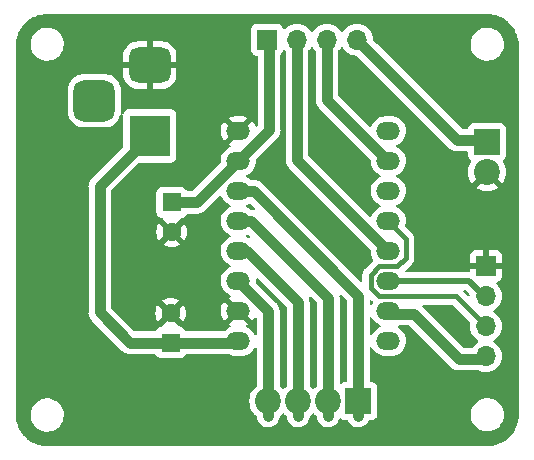
<source format=gbr>
%TF.GenerationSoftware,KiCad,Pcbnew,7.0.7*%
%TF.CreationDate,2024-02-07T15:06:53-05:00*%
%TF.ProjectId,OSMI-stepperPCB,4f534d49-2d73-4746-9570-706572504342,rev?*%
%TF.SameCoordinates,Original*%
%TF.FileFunction,Copper,L2,Bot*%
%TF.FilePolarity,Positive*%
%FSLAX46Y46*%
G04 Gerber Fmt 4.6, Leading zero omitted, Abs format (unit mm)*
G04 Created by KiCad (PCBNEW 7.0.7) date 2024-02-07 15:06:53*
%MOMM*%
%LPD*%
G01*
G04 APERTURE LIST*
G04 Aperture macros list*
%AMRoundRect*
0 Rectangle with rounded corners*
0 $1 Rounding radius*
0 $2 $3 $4 $5 $6 $7 $8 $9 X,Y pos of 4 corners*
0 Add a 4 corners polygon primitive as box body*
4,1,4,$2,$3,$4,$5,$6,$7,$8,$9,$2,$3,0*
0 Add four circle primitives for the rounded corners*
1,1,$1+$1,$2,$3*
1,1,$1+$1,$4,$5*
1,1,$1+$1,$6,$7*
1,1,$1+$1,$8,$9*
0 Add four rect primitives between the rounded corners*
20,1,$1+$1,$2,$3,$4,$5,0*
20,1,$1+$1,$4,$5,$6,$7,0*
20,1,$1+$1,$6,$7,$8,$9,0*
20,1,$1+$1,$8,$9,$2,$3,0*%
G04 Aperture macros list end*
%TA.AperFunction,ComponentPad*%
%ADD10R,1.700000X1.700000*%
%TD*%
%TA.AperFunction,ComponentPad*%
%ADD11O,1.700000X1.700000*%
%TD*%
%TA.AperFunction,ComponentPad*%
%ADD12RoundRect,0.875000X-0.875000X0.875000X-0.875000X-0.875000X0.875000X-0.875000X0.875000X0.875000X0*%
%TD*%
%TA.AperFunction,ComponentPad*%
%ADD13RoundRect,0.750000X-1.000000X0.750000X-1.000000X-0.750000X1.000000X-0.750000X1.000000X0.750000X0*%
%TD*%
%TA.AperFunction,ComponentPad*%
%ADD14R,3.500000X3.500000*%
%TD*%
%TA.AperFunction,ComponentPad*%
%ADD15R,2.200000X2.200000*%
%TD*%
%TA.AperFunction,ComponentPad*%
%ADD16C,2.200000*%
%TD*%
%TA.AperFunction,ComponentPad*%
%ADD17O,2.000000X1.500000*%
%TD*%
%TA.AperFunction,ComponentPad*%
%ADD18R,1.600000X1.600000*%
%TD*%
%TA.AperFunction,ComponentPad*%
%ADD19C,1.600000*%
%TD*%
%TA.AperFunction,Conductor*%
%ADD20C,0.900000*%
%TD*%
%TA.AperFunction,Conductor*%
%ADD21C,0.390000*%
%TD*%
%TA.AperFunction,Conductor*%
%ADD22C,0.500000*%
%TD*%
G04 APERTURE END LIST*
D10*
%TO.P,J4,1,Pin_1*%
%TO.N,+3.3V*%
X131445000Y-65913000D03*
D11*
%TO.P,J4,2,Pin_2*%
%TO.N,Net-(J4-Pin_2)*%
X133985000Y-65913000D03*
%TO.P,J4,3,Pin_3*%
%TO.N,Net-(J4-Pin_3)*%
X136525000Y-65913000D03*
%TO.P,J4,4,Pin_4*%
%TO.N,Net-(J4-Pin_4)*%
X139065000Y-65913000D03*
%TD*%
D10*
%TO.P,J3,1,Pin_1*%
%TO.N,GND*%
X149987000Y-85090000D03*
D11*
%TO.P,J3,2,Pin_2*%
%TO.N,Net-(J3-Pin_2)*%
X149987000Y-87630000D03*
%TO.P,J3,3,Pin_3*%
%TO.N,Net-(J3-Pin_3)*%
X149987000Y-90170000D03*
%TO.P,J3,4,Pin_4*%
%TO.N,Net-(J3-Pin_4)*%
X149987000Y-92710000D03*
%TD*%
D12*
%TO.P,J2,3*%
%TO.N,unconnected-(J2-Pad3)*%
X116839000Y-71072000D03*
D13*
%TO.P,J2,2*%
%TO.N,GND*%
X121539000Y-68072000D03*
D14*
%TO.P,J2,1*%
%TO.N,+12V*%
X121539000Y-74072000D03*
%TD*%
D15*
%TO.P,J1,1,Pin_1*%
%TO.N,Net-(J1-Pin_1)*%
X139192000Y-96520000D03*
D16*
%TO.P,J1,2,Pin_2*%
%TO.N,Net-(J1-Pin_2)*%
X136652000Y-96520000D03*
%TO.P,J1,3,Pin_3*%
%TO.N,Net-(J1-Pin_3)*%
X134112000Y-96520000D03*
%TO.P,J1,4,Pin_4*%
%TO.N,Net-(J1-Pin_4)*%
X131572000Y-96520000D03*
%TD*%
D17*
%TO.P,U1,1,ENABLE*%
%TO.N,unconnected-(U1-ENABLE-Pad1)*%
X141732000Y-91440000D03*
%TO.P,U1,2,SDI*%
%TO.N,Net-(J3-Pin_4)*%
X141732000Y-88900000D03*
%TO.P,U1,3,SCLK*%
%TO.N,Net-(J3-Pin_2)*%
X141732000Y-86360000D03*
%TO.P,U1,4,SCS*%
%TO.N,Net-(J4-Pin_2)*%
X141732000Y-83820000D03*
%TO.P,U1,5,SDO*%
%TO.N,Net-(J3-Pin_3)*%
X141732000Y-81280000D03*
%TO.P,U1,6,SLEEP*%
%TO.N,unconnected-(U1-SLEEP-Pad6)*%
X141732000Y-78740000D03*
%TO.P,U1,7,STEP*%
%TO.N,Net-(J4-Pin_3)*%
X141732000Y-76200000D03*
%TO.P,U1,8,DIR*%
%TO.N,unconnected-(U1-DIR-Pad8)*%
X141732000Y-73660000D03*
%TO.P,U1,9,GND*%
%TO.N,GND*%
X129032000Y-73660000D03*
%TO.P,U1,10,VSDO*%
%TO.N,+3.3V*%
X129032000Y-76200000D03*
%TO.P,U1,11,A2*%
%TO.N,Net-(J1-Pin_1)*%
X129032000Y-78740000D03*
%TO.P,U1,12,A1*%
%TO.N,Net-(J1-Pin_2)*%
X129032000Y-81280000D03*
%TO.P,U1,13,B2*%
%TO.N,Net-(J1-Pin_3)*%
X129032000Y-83820000D03*
%TO.P,U1,14,B1*%
%TO.N,Net-(J1-Pin_4)*%
X129032000Y-86360000D03*
%TO.P,U1,15,GND*%
%TO.N,GND*%
X129032000Y-88900000D03*
%TO.P,U1,16,VMOT*%
%TO.N,+12V*%
X129032000Y-91440000D03*
%TD*%
D15*
%TO.P,J5,1,Pin_1*%
%TO.N,Net-(J4-Pin_4)*%
X150100000Y-74600000D03*
D16*
%TO.P,J5,2,Pin_2*%
%TO.N,GND*%
X150100000Y-77140000D03*
%TD*%
D18*
%TO.P,C2,1*%
%TO.N,+3.3V*%
X123400000Y-79700000D03*
D19*
%TO.P,C2,2*%
%TO.N,GND*%
X123400000Y-82200000D03*
%TD*%
D18*
%TO.P,C1,1*%
%TO.N,+12V*%
X123317000Y-91576651D03*
D19*
%TO.P,C1,2*%
%TO.N,GND*%
X123317000Y-89076651D03*
%TD*%
D20*
%TO.N,Net-(J1-Pin_3)*%
X134112000Y-88162000D02*
X134112000Y-97790000D01*
X129770000Y-83820000D02*
X134112000Y-88162000D01*
X129032000Y-83820000D02*
X129770000Y-83820000D01*
%TO.N,Net-(J1-Pin_2)*%
X136652000Y-87802000D02*
X136652000Y-97790000D01*
X130130000Y-81280000D02*
X136652000Y-87802000D01*
X129032000Y-81280000D02*
X130130000Y-81280000D01*
%TO.N,Net-(J1-Pin_1)*%
X139192000Y-87592000D02*
X139192000Y-97790000D01*
X130340000Y-78740000D02*
X139192000Y-87592000D01*
X129032000Y-78740000D02*
X130340000Y-78740000D01*
%TO.N,Net-(J4-Pin_4)*%
X150100000Y-74600000D02*
X149922000Y-74422000D01*
X149922000Y-74422000D02*
X147574000Y-74422000D01*
X147574000Y-74422000D02*
X139065000Y-65913000D01*
D21*
%TO.N,Net-(J3-Pin_3)*%
X147472000Y-87655000D02*
X149987000Y-90170000D01*
X140966304Y-87655000D02*
X147472000Y-87655000D01*
X140237000Y-86925696D02*
X140966304Y-87655000D01*
X140237000Y-85813000D02*
X140237000Y-86925696D01*
X140935000Y-85115000D02*
X140237000Y-85813000D01*
X142497696Y-85115000D02*
X140935000Y-85115000D01*
X143227000Y-84385696D02*
X142497696Y-85115000D01*
X143227000Y-82775000D02*
X143227000Y-84385696D01*
X141732000Y-81280000D02*
X143227000Y-82775000D01*
D20*
%TO.N,+3.3V*%
X123400000Y-79700000D02*
X125532000Y-79700000D01*
X125532000Y-79700000D02*
X129032000Y-76200000D01*
X131650000Y-73582000D02*
X131650000Y-66118000D01*
X129032000Y-76200000D02*
X131650000Y-73582000D01*
%TO.N,+12V*%
X117300000Y-78311000D02*
X121539000Y-74072000D01*
X117300000Y-89000000D02*
X117300000Y-78311000D01*
X119876651Y-91576651D02*
X117300000Y-89000000D01*
X123317000Y-91576651D02*
X119876651Y-91576651D01*
X123317000Y-91576651D02*
X128895349Y-91576651D01*
%TO.N,Net-(J4-Pin_3)*%
X136525000Y-70993000D02*
X136525000Y-65913000D01*
X141732000Y-76200000D02*
X136525000Y-70993000D01*
%TO.N,Net-(J4-Pin_2)*%
X133985000Y-76073000D02*
X133985000Y-65913000D01*
X141732000Y-83820000D02*
X133985000Y-76073000D01*
%TO.N,Net-(J1-Pin_4)*%
X131572000Y-88900000D02*
X131572000Y-97790000D01*
X129032000Y-86360000D02*
X131572000Y-88900000D01*
%TO.N,Net-(J3-Pin_4)*%
X143891000Y-89154000D02*
X141605000Y-89154000D01*
X147701000Y-92964000D02*
X143891000Y-89154000D01*
X150114000Y-92964000D02*
X147701000Y-92964000D01*
D22*
%TO.N,Net-(J3-Pin_2)*%
X148590000Y-86360000D02*
X141732000Y-86360000D01*
X150114000Y-87884000D02*
X148590000Y-86360000D01*
%TD*%
%TA.AperFunction,Conductor*%
%TO.N,GND*%
G36*
X129641705Y-89156599D02*
G01*
X129648184Y-89162632D01*
X130216719Y-89731167D01*
X130263237Y-89682513D01*
X130387189Y-89494735D01*
X130388304Y-89492665D01*
X130389065Y-89491894D01*
X130390261Y-89490083D01*
X130390620Y-89490320D01*
X130437404Y-89442957D01*
X130505584Y-89427685D01*
X130571198Y-89451698D01*
X130613413Y-89507373D01*
X130621500Y-89551421D01*
X130621500Y-90798184D01*
X130601815Y-90865223D01*
X130549011Y-90910978D01*
X130479853Y-90920922D01*
X130416297Y-90891897D01*
X130388306Y-90856944D01*
X130329853Y-90748321D01*
X130329851Y-90748318D01*
X130189510Y-90572336D01*
X130168136Y-90553662D01*
X130019996Y-90424235D01*
X129826766Y-90308786D01*
X129826765Y-90308785D01*
X129767250Y-90286449D01*
X129711402Y-90244463D01*
X129687119Y-90178949D01*
X129702111Y-90110706D01*
X129751617Y-90061402D01*
X129757020Y-90058636D01*
X129811058Y-90032612D01*
X129298301Y-89519855D01*
X129264816Y-89458532D01*
X129269800Y-89388840D01*
X129304779Y-89338461D01*
X129310559Y-89333452D01*
X129310562Y-89333451D01*
X129421395Y-89237413D01*
X129456187Y-89183274D01*
X129508990Y-89137519D01*
X129578149Y-89127575D01*
X129641705Y-89156599D01*
G37*
%TD.AperFunction*%
%TA.AperFunction,Conductor*%
G36*
X150062145Y-63754493D02*
G01*
X150062168Y-63754500D01*
X150112260Y-63754500D01*
X150115737Y-63754598D01*
X150141667Y-63756053D01*
X150229682Y-63760996D01*
X150416485Y-63772296D01*
X150423079Y-63773054D01*
X150563951Y-63796989D01*
X150685900Y-63819338D01*
X150722580Y-63826060D01*
X150728569Y-63827467D01*
X150871031Y-63868510D01*
X151020395Y-63915054D01*
X151025616Y-63916945D01*
X151164755Y-63974579D01*
X151305757Y-64038039D01*
X151310270Y-64040298D01*
X151443205Y-64113768D01*
X151574874Y-64193364D01*
X151578666Y-64195850D01*
X151702027Y-64283379D01*
X151704347Y-64285110D01*
X151819030Y-64374959D01*
X151824136Y-64378959D01*
X151827214Y-64381535D01*
X151940151Y-64482462D01*
X151942678Y-64484852D01*
X152050146Y-64592320D01*
X152052536Y-64594847D01*
X152153463Y-64707784D01*
X152156039Y-64710862D01*
X152249876Y-64830635D01*
X152251630Y-64832986D01*
X152281088Y-64874503D01*
X152339140Y-64956320D01*
X152341634Y-64960124D01*
X152421228Y-65091788D01*
X152494701Y-65224728D01*
X152496975Y-65229275D01*
X152560425Y-65370256D01*
X152618046Y-65509364D01*
X152619959Y-65514648D01*
X152665630Y-65661211D01*
X152666496Y-65663988D01*
X152707530Y-65806427D01*
X152708938Y-65812418D01*
X152738010Y-65971050D01*
X152761941Y-66111897D01*
X152762705Y-66118544D01*
X152774015Y-66305527D01*
X152780402Y-66419264D01*
X152780500Y-66422741D01*
X152780500Y-97661258D01*
X152780402Y-97664735D01*
X152774015Y-97778472D01*
X152762705Y-97965454D01*
X152761941Y-97972101D01*
X152738010Y-98112949D01*
X152708938Y-98271580D01*
X152707530Y-98277570D01*
X152666496Y-98420011D01*
X152619959Y-98569350D01*
X152618046Y-98574634D01*
X152560425Y-98713743D01*
X152496975Y-98854723D01*
X152494701Y-98859270D01*
X152421228Y-98992211D01*
X152341634Y-99123874D01*
X152339140Y-99127678D01*
X152251636Y-99251004D01*
X152249876Y-99253363D01*
X152156039Y-99373136D01*
X152153463Y-99376214D01*
X152052536Y-99489151D01*
X152050146Y-99491678D01*
X151942678Y-99599146D01*
X151940151Y-99601536D01*
X151827214Y-99702463D01*
X151824136Y-99705039D01*
X151704363Y-99798876D01*
X151702004Y-99800636D01*
X151578678Y-99888140D01*
X151574874Y-99890634D01*
X151443211Y-99970228D01*
X151310270Y-100043701D01*
X151305723Y-100045975D01*
X151164743Y-100109425D01*
X151025634Y-100167046D01*
X151020350Y-100168959D01*
X150871011Y-100215496D01*
X150728570Y-100256530D01*
X150722580Y-100257938D01*
X150563949Y-100287010D01*
X150423101Y-100310941D01*
X150416454Y-100311705D01*
X150229612Y-100323006D01*
X150115738Y-100329401D01*
X150112254Y-100329498D01*
X112851737Y-100325500D01*
X112848267Y-100325402D01*
X112734527Y-100319015D01*
X112547544Y-100307705D01*
X112540897Y-100306941D01*
X112400050Y-100283010D01*
X112241418Y-100253938D01*
X112235427Y-100252530D01*
X112132847Y-100222978D01*
X112092982Y-100211493D01*
X111943649Y-100164959D01*
X111938364Y-100163046D01*
X111799256Y-100105425D01*
X111658275Y-100041975D01*
X111653728Y-100039701D01*
X111520788Y-99966228D01*
X111389124Y-99886634D01*
X111385320Y-99884140D01*
X111261994Y-99796636D01*
X111259635Y-99794876D01*
X111139862Y-99701039D01*
X111136784Y-99698463D01*
X111023847Y-99597536D01*
X111021320Y-99595146D01*
X110913852Y-99487678D01*
X110911462Y-99485151D01*
X110810535Y-99372214D01*
X110807959Y-99369136D01*
X110715408Y-99251004D01*
X110714110Y-99249347D01*
X110712379Y-99247027D01*
X110624850Y-99123666D01*
X110622364Y-99119874D01*
X110542768Y-98988205D01*
X110469298Y-98855270D01*
X110467039Y-98850757D01*
X110403574Y-98709743D01*
X110393497Y-98685416D01*
X110345945Y-98570616D01*
X110344054Y-98565395D01*
X110297510Y-98416031D01*
X110256467Y-98273569D01*
X110255060Y-98267580D01*
X110236586Y-98166774D01*
X110225989Y-98108951D01*
X110202054Y-97968079D01*
X110201296Y-97961485D01*
X110189996Y-97774682D01*
X110183999Y-97667883D01*
X110183598Y-97660736D01*
X110183500Y-97657259D01*
X110183500Y-97639346D01*
X111445702Y-97639346D01*
X111455819Y-97877528D01*
X111455819Y-97877532D01*
X111506045Y-98110580D01*
X111564622Y-98256352D01*
X111594936Y-98331790D01*
X111719931Y-98534795D01*
X111877436Y-98713755D01*
X112062920Y-98863523D01*
X112271046Y-98979790D01*
X112396951Y-99024275D01*
X112495829Y-99059211D01*
X112730790Y-99099499D01*
X112730798Y-99099499D01*
X112730800Y-99099500D01*
X112730801Y-99099500D01*
X112909502Y-99099500D01*
X113087536Y-99084347D01*
X113087539Y-99084346D01*
X113087541Y-99084346D01*
X113318249Y-99024275D01*
X113496303Y-98943789D01*
X113535480Y-98926080D01*
X113535481Y-98926078D01*
X113535486Y-98926077D01*
X113733003Y-98792579D01*
X113905118Y-98627621D01*
X114046879Y-98435947D01*
X114154207Y-98223074D01*
X114224016Y-97995123D01*
X114254298Y-97758654D01*
X114244180Y-97520468D01*
X114236421Y-97484468D01*
X114193954Y-97287419D01*
X114134284Y-97138926D01*
X114105064Y-97066210D01*
X113980069Y-96863205D01*
X113822564Y-96684245D01*
X113637080Y-96534477D01*
X113523130Y-96470820D01*
X113428955Y-96418210D01*
X113204170Y-96338788D01*
X112969209Y-96298500D01*
X112969200Y-96298500D01*
X112790503Y-96298500D01*
X112790498Y-96298500D01*
X112612463Y-96313652D01*
X112381751Y-96373724D01*
X112164519Y-96471919D01*
X112164511Y-96471924D01*
X111967006Y-96605413D01*
X111966997Y-96605421D01*
X111794881Y-96770379D01*
X111653123Y-96962050D01*
X111653120Y-96962054D01*
X111545796Y-97174920D01*
X111545793Y-97174926D01*
X111475983Y-97402878D01*
X111445702Y-97639346D01*
X110183500Y-97639346D01*
X110183500Y-72040626D01*
X114588500Y-72040626D01*
X114591295Y-72093243D01*
X114591295Y-72093244D01*
X114626279Y-72274128D01*
X114635755Y-72323126D01*
X114684326Y-72451832D01*
X114718425Y-72542189D01*
X114836929Y-72744131D01*
X114836934Y-72744138D01*
X114987856Y-72923141D01*
X114987858Y-72923143D01*
X115166861Y-73074065D01*
X115166868Y-73074070D01*
X115368810Y-73192574D01*
X115587874Y-73275245D01*
X115817759Y-73319705D01*
X115859194Y-73321905D01*
X115870374Y-73322500D01*
X115870378Y-73322500D01*
X117807626Y-73322500D01*
X117817731Y-73321962D01*
X117860241Y-73319705D01*
X118090126Y-73275245D01*
X118309190Y-73192574D01*
X118511132Y-73074070D01*
X118591976Y-73005908D01*
X118690141Y-72923143D01*
X118690143Y-72923141D01*
X118841065Y-72744138D01*
X118841065Y-72744137D01*
X118841070Y-72744132D01*
X118959574Y-72542190D01*
X119042245Y-72323126D01*
X119042755Y-72320485D01*
X119043281Y-72319467D01*
X119043683Y-72318050D01*
X119043971Y-72318131D01*
X119074812Y-72258403D01*
X119135343Y-72223507D01*
X119205131Y-72226876D01*
X119262019Y-72267440D01*
X119287946Y-72332322D01*
X119288500Y-72344030D01*
X119288500Y-74926926D01*
X119268815Y-74993965D01*
X119252181Y-75014607D01*
X116636417Y-77630372D01*
X116575084Y-77688672D01*
X116575082Y-77688675D01*
X116541855Y-77736411D01*
X116539020Y-77740172D01*
X116502265Y-77785250D01*
X116487248Y-77813998D01*
X116483179Y-77820714D01*
X116464646Y-77847342D01*
X116464646Y-77847343D01*
X116441711Y-77900789D01*
X116439689Y-77905046D01*
X116412764Y-77956591D01*
X116412762Y-77956595D01*
X116403839Y-77987776D01*
X116401206Y-77995172D01*
X116388412Y-78024987D01*
X116388412Y-78024988D01*
X116376703Y-78081960D01*
X116375580Y-78086534D01*
X116359583Y-78142448D01*
X116359581Y-78142454D01*
X116357120Y-78174791D01*
X116356029Y-78182572D01*
X116349500Y-78214343D01*
X116349500Y-78272502D01*
X116349321Y-78277211D01*
X116344904Y-78335201D01*
X116346804Y-78350120D01*
X116349003Y-78367385D01*
X116349500Y-78375214D01*
X116349500Y-88987937D01*
X116347355Y-89072545D01*
X116347355Y-89072546D01*
X116357615Y-89129787D01*
X116358269Y-89134452D01*
X116364154Y-89192318D01*
X116364156Y-89192326D01*
X116373865Y-89223269D01*
X116375737Y-89230898D01*
X116381460Y-89262828D01*
X116381461Y-89262830D01*
X116403032Y-89316833D01*
X116404613Y-89321272D01*
X116422025Y-89376768D01*
X116437765Y-89405125D01*
X116441135Y-89412221D01*
X116453168Y-89442343D01*
X116453170Y-89442348D01*
X116453172Y-89442351D01*
X116453173Y-89442353D01*
X116485174Y-89490908D01*
X116487605Y-89494920D01*
X116503181Y-89522982D01*
X116515841Y-89545791D01*
X116536972Y-89570406D01*
X116541703Y-89576680D01*
X116559547Y-89603757D01*
X116600667Y-89644877D01*
X116603870Y-89648333D01*
X116623814Y-89671564D01*
X116641760Y-89692468D01*
X116641764Y-89692471D01*
X116641765Y-89692472D01*
X116667407Y-89712320D01*
X116673303Y-89717513D01*
X119196023Y-92240233D01*
X119254325Y-92301568D01*
X119302065Y-92334796D01*
X119305812Y-92337621D01*
X119327182Y-92355046D01*
X119350895Y-92374382D01*
X119350898Y-92374384D01*
X119379646Y-92389400D01*
X119386367Y-92393472D01*
X119404697Y-92406229D01*
X119412993Y-92412004D01*
X119466451Y-92434944D01*
X119470698Y-92436962D01*
X119522245Y-92463888D01*
X119553432Y-92472811D01*
X119560820Y-92475441D01*
X119590639Y-92488238D01*
X119647621Y-92499947D01*
X119652167Y-92501062D01*
X119708100Y-92517068D01*
X119740454Y-92519530D01*
X119748213Y-92520619D01*
X119779995Y-92527151D01*
X119838155Y-92527151D01*
X119842861Y-92527329D01*
X119866274Y-92529112D01*
X119900852Y-92531746D01*
X119900852Y-92531745D01*
X119900854Y-92531746D01*
X119933036Y-92527647D01*
X119940866Y-92527151D01*
X121952859Y-92527151D01*
X122019898Y-92546836D01*
X122065653Y-92599640D01*
X122069030Y-92607791D01*
X122073204Y-92618982D01*
X122073205Y-92618983D01*
X122073206Y-92618986D01*
X122159452Y-92734195D01*
X122159455Y-92734198D01*
X122274664Y-92820444D01*
X122274671Y-92820448D01*
X122409517Y-92870742D01*
X122409516Y-92870742D01*
X122416444Y-92871486D01*
X122469127Y-92877151D01*
X124164872Y-92877150D01*
X124224483Y-92870742D01*
X124359331Y-92820447D01*
X124474546Y-92734197D01*
X124560796Y-92618982D01*
X124564960Y-92607816D01*
X124606829Y-92551885D01*
X124672293Y-92527467D01*
X124681141Y-92527151D01*
X128129263Y-92527151D01*
X128192862Y-92544703D01*
X128237236Y-92571215D01*
X128447976Y-92650307D01*
X128669450Y-92690500D01*
X128669453Y-92690500D01*
X129338148Y-92690500D01*
X129338155Y-92690500D01*
X129506188Y-92675377D01*
X129506192Y-92675376D01*
X129723160Y-92615496D01*
X129723162Y-92615495D01*
X129723170Y-92615493D01*
X129925973Y-92517829D01*
X130108078Y-92385522D01*
X130263632Y-92222825D01*
X130387635Y-92034968D01*
X130387638Y-92034960D01*
X130388306Y-92033721D01*
X130388766Y-92033255D01*
X130390703Y-92030321D01*
X130391285Y-92030705D01*
X130437408Y-91984014D01*
X130505589Y-91968745D01*
X130571202Y-91992761D01*
X130613414Y-92048437D01*
X130621500Y-92092481D01*
X130621500Y-95169841D01*
X130601815Y-95236880D01*
X130578032Y-95264131D01*
X130436776Y-95384776D01*
X130273161Y-95576343D01*
X130273160Y-95576346D01*
X130141533Y-95791140D01*
X130045126Y-96023889D01*
X129986317Y-96268848D01*
X129966551Y-96519999D01*
X129986317Y-96771151D01*
X130045126Y-97016110D01*
X130141533Y-97248859D01*
X130273160Y-97463653D01*
X130273161Y-97463656D01*
X130395146Y-97606482D01*
X130436776Y-97655224D01*
X130580889Y-97778308D01*
X130619082Y-97836813D01*
X130623721Y-97860052D01*
X130636154Y-97982322D01*
X130694022Y-98166759D01*
X130694029Y-98166774D01*
X130787839Y-98335788D01*
X130787842Y-98335793D01*
X130913758Y-98482466D01*
X130913759Y-98482468D01*
X131066624Y-98600794D01*
X131066627Y-98600796D01*
X131240184Y-98685930D01*
X131240188Y-98685931D01*
X131240186Y-98685931D01*
X131427317Y-98734383D01*
X131427320Y-98734383D01*
X131427326Y-98734385D01*
X131620390Y-98744176D01*
X131811474Y-98714903D01*
X131992753Y-98647764D01*
X132156807Y-98545509D01*
X132296919Y-98412323D01*
X132407353Y-98253658D01*
X132483587Y-98076012D01*
X132522500Y-97886656D01*
X132522499Y-97870157D01*
X132542185Y-97803118D01*
X132565965Y-97775869D01*
X132707224Y-97655224D01*
X132747711Y-97607819D01*
X132806214Y-97569628D01*
X132876082Y-97569128D01*
X132935129Y-97606481D01*
X132936289Y-97607820D01*
X132976776Y-97655224D01*
X133120889Y-97778308D01*
X133159082Y-97836813D01*
X133163721Y-97860052D01*
X133176154Y-97982322D01*
X133234022Y-98166759D01*
X133234029Y-98166774D01*
X133327839Y-98335788D01*
X133327842Y-98335793D01*
X133453758Y-98482466D01*
X133453759Y-98482468D01*
X133606624Y-98600794D01*
X133606627Y-98600796D01*
X133780184Y-98685930D01*
X133780188Y-98685931D01*
X133780186Y-98685931D01*
X133967317Y-98734383D01*
X133967320Y-98734383D01*
X133967326Y-98734385D01*
X134160390Y-98744176D01*
X134351474Y-98714903D01*
X134532753Y-98647764D01*
X134696807Y-98545509D01*
X134836919Y-98412323D01*
X134947353Y-98253658D01*
X135023587Y-98076012D01*
X135062500Y-97886656D01*
X135062500Y-97870157D01*
X135082185Y-97803118D01*
X135105965Y-97775869D01*
X135247224Y-97655224D01*
X135287710Y-97607819D01*
X135346216Y-97569627D01*
X135416084Y-97569128D01*
X135475130Y-97606482D01*
X135476235Y-97607756D01*
X135516776Y-97655224D01*
X135660889Y-97778308D01*
X135699082Y-97836813D01*
X135703721Y-97860052D01*
X135716154Y-97982322D01*
X135774022Y-98166759D01*
X135774029Y-98166774D01*
X135867839Y-98335788D01*
X135867842Y-98335793D01*
X135993758Y-98482466D01*
X135993759Y-98482468D01*
X136146624Y-98600794D01*
X136146627Y-98600796D01*
X136320184Y-98685930D01*
X136320188Y-98685931D01*
X136320186Y-98685931D01*
X136507317Y-98734383D01*
X136507320Y-98734383D01*
X136507326Y-98734385D01*
X136700390Y-98744176D01*
X136891474Y-98714903D01*
X137072753Y-98647764D01*
X137236807Y-98545509D01*
X137376919Y-98412323D01*
X137487353Y-98253658D01*
X137563587Y-98076012D01*
X137564568Y-98071234D01*
X137597343Y-98009530D01*
X137658275Y-97975338D01*
X137728019Y-97979517D01*
X137760340Y-97996924D01*
X137849665Y-98063793D01*
X137849668Y-98063795D01*
X137849671Y-98063797D01*
X137894618Y-98080560D01*
X137984517Y-98114091D01*
X138044127Y-98120500D01*
X138215350Y-98120499D01*
X138282389Y-98140183D01*
X138323769Y-98184322D01*
X138407839Y-98335788D01*
X138407842Y-98335793D01*
X138533758Y-98482466D01*
X138533759Y-98482468D01*
X138686624Y-98600794D01*
X138686627Y-98600796D01*
X138860184Y-98685930D01*
X138860188Y-98685931D01*
X138860186Y-98685931D01*
X139047317Y-98734383D01*
X139047320Y-98734383D01*
X139047326Y-98734385D01*
X139240390Y-98744176D01*
X139431474Y-98714903D01*
X139612753Y-98647764D01*
X139776807Y-98545509D01*
X139916919Y-98412323D01*
X140027353Y-98253658D01*
X140052268Y-98195598D01*
X140096795Y-98141755D01*
X140163363Y-98120532D01*
X140166219Y-98120499D01*
X140339871Y-98120499D01*
X140339872Y-98120499D01*
X140399483Y-98114091D01*
X140534331Y-98063796D01*
X140649546Y-97977546D01*
X140735796Y-97862331D01*
X140786091Y-97727483D01*
X140792500Y-97667873D01*
X140792500Y-97603346D01*
X148709702Y-97603346D01*
X148719819Y-97841528D01*
X148719819Y-97841532D01*
X148770045Y-98074580D01*
X148858935Y-98295788D01*
X148858936Y-98295790D01*
X148945235Y-98435949D01*
X148983932Y-98498796D01*
X149115040Y-98647764D01*
X149141436Y-98677755D01*
X149326920Y-98827523D01*
X149535046Y-98943790D01*
X149636933Y-98979789D01*
X149759829Y-99023211D01*
X149994790Y-99063499D01*
X149994798Y-99063499D01*
X149994800Y-99063500D01*
X149994801Y-99063500D01*
X150173502Y-99063500D01*
X150351536Y-99048347D01*
X150351539Y-99048346D01*
X150351541Y-99048346D01*
X150582249Y-98988275D01*
X150719850Y-98926075D01*
X150799480Y-98890080D01*
X150799481Y-98890078D01*
X150799486Y-98890077D01*
X150997003Y-98756579D01*
X151169118Y-98591621D01*
X151310879Y-98399947D01*
X151418207Y-98187074D01*
X151488016Y-97959123D01*
X151518298Y-97722654D01*
X151508180Y-97484468D01*
X151503695Y-97463659D01*
X151457954Y-97251419D01*
X151412748Y-97138920D01*
X151369064Y-97030210D01*
X151244069Y-96827205D01*
X151086564Y-96648245D01*
X150901080Y-96498477D01*
X150787130Y-96434820D01*
X150692955Y-96382210D01*
X150468170Y-96302788D01*
X150233209Y-96262500D01*
X150233200Y-96262500D01*
X150054503Y-96262500D01*
X150054498Y-96262500D01*
X149876463Y-96277652D01*
X149645751Y-96337724D01*
X149428519Y-96435919D01*
X149428511Y-96435924D01*
X149231006Y-96569413D01*
X149230997Y-96569421D01*
X149058881Y-96734379D01*
X148917123Y-96926050D01*
X148917120Y-96926054D01*
X148809796Y-97138920D01*
X148809793Y-97138926D01*
X148739983Y-97366878D01*
X148709702Y-97603346D01*
X140792500Y-97603346D01*
X140792499Y-95372128D01*
X140786091Y-95312517D01*
X140768044Y-95264131D01*
X140735797Y-95177671D01*
X140735793Y-95177664D01*
X140649547Y-95062455D01*
X140649544Y-95062452D01*
X140534335Y-94976206D01*
X140534328Y-94976202D01*
X140399482Y-94925908D01*
X140399483Y-94925908D01*
X140339883Y-94919501D01*
X140339881Y-94919500D01*
X140339873Y-94919500D01*
X140339865Y-94919500D01*
X140266500Y-94919500D01*
X140199461Y-94899815D01*
X140153706Y-94847011D01*
X140142500Y-94795500D01*
X140142500Y-92081815D01*
X140162185Y-92014776D01*
X140214989Y-91969021D01*
X140284147Y-91959077D01*
X140347703Y-91988102D01*
X140375693Y-92023054D01*
X140382105Y-92034968D01*
X140434146Y-92131678D01*
X140434148Y-92131681D01*
X140574489Y-92307663D01*
X140574491Y-92307664D01*
X140574492Y-92307666D01*
X140744004Y-92455765D01*
X140937236Y-92571215D01*
X141147976Y-92650307D01*
X141369450Y-92690500D01*
X141369453Y-92690500D01*
X142038148Y-92690500D01*
X142038155Y-92690500D01*
X142206188Y-92675377D01*
X142206192Y-92675376D01*
X142423160Y-92615496D01*
X142423162Y-92615495D01*
X142423170Y-92615493D01*
X142625973Y-92517829D01*
X142808078Y-92385522D01*
X142963632Y-92222825D01*
X143087635Y-92034968D01*
X143100766Y-92004248D01*
X143176100Y-91827995D01*
X143176099Y-91827995D01*
X143176103Y-91827988D01*
X143226191Y-91608537D01*
X143236290Y-91383670D01*
X143206075Y-91160613D01*
X143136517Y-90946536D01*
X143029852Y-90748319D01*
X142938417Y-90633664D01*
X142889510Y-90572336D01*
X142858773Y-90545482D01*
X142840492Y-90529510D01*
X142719999Y-90424237D01*
X142711411Y-90419106D01*
X142570552Y-90334946D01*
X142523100Y-90283665D01*
X142510905Y-90214868D01*
X142537840Y-90150399D01*
X142595354Y-90110726D01*
X142634153Y-90104500D01*
X143445928Y-90104500D01*
X143512967Y-90124185D01*
X143533609Y-90140819D01*
X147020372Y-93627582D01*
X147078674Y-93688917D01*
X147126414Y-93722145D01*
X147130161Y-93724970D01*
X147151531Y-93742395D01*
X147175244Y-93761731D01*
X147175247Y-93761733D01*
X147203995Y-93776749D01*
X147210716Y-93780821D01*
X147229046Y-93793578D01*
X147237342Y-93799353D01*
X147290800Y-93822293D01*
X147295047Y-93824311D01*
X147346594Y-93851237D01*
X147377781Y-93860160D01*
X147385169Y-93862790D01*
X147414988Y-93875587D01*
X147471970Y-93887296D01*
X147476516Y-93888411D01*
X147532449Y-93904417D01*
X147564803Y-93906879D01*
X147572562Y-93907968D01*
X147604344Y-93914500D01*
X147662504Y-93914500D01*
X147667210Y-93914678D01*
X147690623Y-93916461D01*
X147725201Y-93919095D01*
X147725201Y-93919094D01*
X147725203Y-93919095D01*
X147757385Y-93914996D01*
X147765215Y-93914500D01*
X149347012Y-93914500D01*
X149399416Y-93926117D01*
X149523337Y-93983903D01*
X149751592Y-94045063D01*
X149939918Y-94061539D01*
X149986999Y-94065659D01*
X149987000Y-94065659D01*
X149987001Y-94065659D01*
X150026234Y-94062226D01*
X150222408Y-94045063D01*
X150450663Y-93983903D01*
X150664830Y-93884035D01*
X150858401Y-93748495D01*
X151025495Y-93581401D01*
X151161035Y-93387830D01*
X151260903Y-93173663D01*
X151322063Y-92945408D01*
X151342659Y-92710000D01*
X151322063Y-92474592D01*
X151260903Y-92246337D01*
X151161035Y-92032171D01*
X151147962Y-92013500D01*
X151025494Y-91838597D01*
X150858402Y-91671506D01*
X150858396Y-91671501D01*
X150672842Y-91541575D01*
X150629217Y-91486998D01*
X150622023Y-91417500D01*
X150653546Y-91355145D01*
X150672842Y-91338425D01*
X150768473Y-91271463D01*
X150858401Y-91208495D01*
X151025495Y-91041401D01*
X151161035Y-90847830D01*
X151260903Y-90633663D01*
X151322063Y-90405408D01*
X151342659Y-90170000D01*
X151322063Y-89934592D01*
X151260903Y-89706337D01*
X151161035Y-89492171D01*
X151139781Y-89461816D01*
X151025494Y-89298597D01*
X150858402Y-89131506D01*
X150858396Y-89131501D01*
X150672842Y-89001575D01*
X150629217Y-88946998D01*
X150622023Y-88877500D01*
X150653546Y-88815145D01*
X150672842Y-88798425D01*
X150760000Y-88737396D01*
X150858401Y-88668495D01*
X151025495Y-88501401D01*
X151161035Y-88307830D01*
X151260903Y-88093663D01*
X151322063Y-87865408D01*
X151342659Y-87630000D01*
X151322063Y-87394592D01*
X151260903Y-87166337D01*
X151161035Y-86952171D01*
X151025495Y-86758599D01*
X150903179Y-86636283D01*
X150869696Y-86574963D01*
X150874680Y-86505271D01*
X150916551Y-86449337D01*
X150947529Y-86432422D01*
X151079086Y-86383354D01*
X151079093Y-86383350D01*
X151194187Y-86297190D01*
X151194190Y-86297187D01*
X151280350Y-86182093D01*
X151280354Y-86182086D01*
X151330596Y-86047379D01*
X151330598Y-86047372D01*
X151336999Y-85987844D01*
X151337000Y-85987827D01*
X151337000Y-85340000D01*
X150600347Y-85340000D01*
X150533308Y-85320315D01*
X150487553Y-85267511D01*
X150477609Y-85198353D01*
X150481369Y-85181067D01*
X150487000Y-85161888D01*
X150487000Y-85018111D01*
X150481369Y-84998933D01*
X150481370Y-84929064D01*
X150519145Y-84870286D01*
X150582701Y-84841262D01*
X150600347Y-84840000D01*
X151337000Y-84840000D01*
X151337000Y-84192172D01*
X151336999Y-84192155D01*
X151330598Y-84132627D01*
X151330596Y-84132620D01*
X151280354Y-83997913D01*
X151280350Y-83997906D01*
X151194190Y-83882812D01*
X151194187Y-83882809D01*
X151079093Y-83796649D01*
X151079086Y-83796645D01*
X150944379Y-83746403D01*
X150944372Y-83746401D01*
X150884844Y-83740000D01*
X150237000Y-83740000D01*
X150237000Y-84477698D01*
X150217315Y-84544737D01*
X150164511Y-84590492D01*
X150095355Y-84600436D01*
X150022766Y-84590000D01*
X150022763Y-84590000D01*
X149951237Y-84590000D01*
X149951233Y-84590000D01*
X149878645Y-84600436D01*
X149809487Y-84590492D01*
X149756684Y-84544736D01*
X149737000Y-84477698D01*
X149737000Y-83740000D01*
X149089155Y-83740000D01*
X149029627Y-83746401D01*
X149029620Y-83746403D01*
X148894913Y-83796645D01*
X148894906Y-83796649D01*
X148779812Y-83882809D01*
X148779809Y-83882812D01*
X148693649Y-83997906D01*
X148693645Y-83997913D01*
X148643403Y-84132620D01*
X148643401Y-84132627D01*
X148637000Y-84192155D01*
X148637000Y-84840000D01*
X149373653Y-84840000D01*
X149440692Y-84859685D01*
X149486447Y-84912489D01*
X149496391Y-84981647D01*
X149492631Y-84998933D01*
X149487000Y-85018111D01*
X149487000Y-85161888D01*
X149492631Y-85181067D01*
X149492630Y-85250936D01*
X149454855Y-85309714D01*
X149391299Y-85338738D01*
X149373653Y-85340000D01*
X148637000Y-85340000D01*
X148637000Y-85485500D01*
X148617315Y-85552539D01*
X148564511Y-85598294D01*
X148513000Y-85609500D01*
X143286142Y-85609500D01*
X143219103Y-85589815D01*
X143173348Y-85537011D01*
X143163404Y-85467853D01*
X143192429Y-85404297D01*
X143198461Y-85397819D01*
X143447231Y-85149049D01*
X143702619Y-84893660D01*
X143705311Y-84891126D01*
X143751413Y-84850285D01*
X143786397Y-84799600D01*
X143788589Y-84796620D01*
X143826567Y-84748147D01*
X143830663Y-84739043D01*
X143841690Y-84719496D01*
X143847356Y-84711288D01*
X143847356Y-84711287D01*
X143847358Y-84711285D01*
X143869190Y-84653717D01*
X143870610Y-84650287D01*
X143895886Y-84594129D01*
X143897685Y-84584308D01*
X143903714Y-84562684D01*
X143907250Y-84553362D01*
X143914669Y-84492259D01*
X143915232Y-84488555D01*
X143917222Y-84477698D01*
X143926330Y-84427998D01*
X143922613Y-84366548D01*
X143922500Y-84362803D01*
X143922500Y-82797891D01*
X143922613Y-82794146D01*
X143926330Y-82732698D01*
X143926329Y-82732692D01*
X143915231Y-82672136D01*
X143914667Y-82668430D01*
X143911982Y-82646317D01*
X143907250Y-82607334D01*
X143905788Y-82603481D01*
X143903712Y-82598005D01*
X143897683Y-82576380D01*
X143896422Y-82569500D01*
X143895885Y-82566567D01*
X143870621Y-82510433D01*
X143869187Y-82506971D01*
X143857173Y-82475292D01*
X143847358Y-82449411D01*
X143841998Y-82441645D01*
X143841687Y-82441194D01*
X143830664Y-82421650D01*
X143826568Y-82412550D01*
X143826567Y-82412549D01*
X143826567Y-82412548D01*
X143804095Y-82383865D01*
X143788600Y-82364086D01*
X143786380Y-82361069D01*
X143751414Y-82310413D01*
X143751413Y-82310411D01*
X143705338Y-82269592D01*
X143702626Y-82267040D01*
X143211084Y-81775498D01*
X143177599Y-81714175D01*
X143177873Y-81660228D01*
X143226191Y-81448537D01*
X143236290Y-81223670D01*
X143206075Y-81000613D01*
X143136517Y-80786536D01*
X143029852Y-80588319D01*
X142929938Y-80463031D01*
X142889510Y-80412336D01*
X142889508Y-80412334D01*
X142719996Y-80264235D01*
X142526767Y-80148787D01*
X142526768Y-80148787D01*
X142526766Y-80148786D01*
X142526764Y-80148785D01*
X142467896Y-80126691D01*
X142412050Y-80084706D01*
X142387767Y-80019191D01*
X142402759Y-79950949D01*
X142452265Y-79901645D01*
X142457610Y-79898907D01*
X142625973Y-79817829D01*
X142808078Y-79685522D01*
X142963632Y-79522825D01*
X143087635Y-79334968D01*
X143176103Y-79127988D01*
X143226191Y-78908537D01*
X143236290Y-78683670D01*
X143206075Y-78460613D01*
X143136517Y-78246536D01*
X143029852Y-78048319D01*
X142956704Y-77956595D01*
X142889510Y-77872336D01*
X142889508Y-77872334D01*
X142719996Y-77724235D01*
X142526767Y-77608787D01*
X142526768Y-77608787D01*
X142526766Y-77608786D01*
X142526764Y-77608785D01*
X142467896Y-77586691D01*
X142412050Y-77544706D01*
X142387767Y-77479191D01*
X142402759Y-77410949D01*
X142452265Y-77361645D01*
X142457610Y-77358907D01*
X142625973Y-77277829D01*
X142808078Y-77145522D01*
X142963632Y-76982825D01*
X143087635Y-76794968D01*
X143100245Y-76765467D01*
X143176100Y-76587995D01*
X143176099Y-76587995D01*
X143176103Y-76587988D01*
X143226191Y-76368537D01*
X143236290Y-76143670D01*
X143206075Y-75920613D01*
X143136517Y-75706536D01*
X143029852Y-75508319D01*
X142921682Y-75372679D01*
X142889510Y-75332336D01*
X142876296Y-75320791D01*
X142719996Y-75184235D01*
X142526767Y-75068787D01*
X142526768Y-75068787D01*
X142526766Y-75068786D01*
X142526764Y-75068785D01*
X142467896Y-75046691D01*
X142412050Y-75004706D01*
X142387767Y-74939191D01*
X142402759Y-74870949D01*
X142452265Y-74821645D01*
X142457610Y-74818907D01*
X142625973Y-74737829D01*
X142808078Y-74605522D01*
X142963632Y-74442825D01*
X143087635Y-74254968D01*
X143176103Y-74047988D01*
X143226191Y-73828537D01*
X143236290Y-73603670D01*
X143206075Y-73380613D01*
X143136517Y-73166536D01*
X143123558Y-73142455D01*
X143030002Y-72968598D01*
X143029852Y-72968319D01*
X142957167Y-72877175D01*
X142889510Y-72792336D01*
X142889508Y-72792334D01*
X142719996Y-72644235D01*
X142526764Y-72528785D01*
X142408775Y-72484503D01*
X142316023Y-72449692D01*
X142094550Y-72409500D01*
X142094547Y-72409500D01*
X141425845Y-72409500D01*
X141387399Y-72412960D01*
X141257813Y-72424622D01*
X141257807Y-72424623D01*
X141040839Y-72484503D01*
X141040826Y-72484508D01*
X140838033Y-72582167D01*
X140838025Y-72582171D01*
X140655927Y-72714473D01*
X140655925Y-72714474D01*
X140500366Y-72877176D01*
X140376364Y-73065031D01*
X140318131Y-73201274D01*
X140273682Y-73255182D01*
X140207144Y-73276501D01*
X140139643Y-73258463D01*
X140116429Y-73240219D01*
X137511819Y-70635609D01*
X137478334Y-70574286D01*
X137475500Y-70547928D01*
X137475500Y-66923758D01*
X137495185Y-66856719D01*
X137511819Y-66836077D01*
X137537026Y-66810870D01*
X137563495Y-66784401D01*
X137693426Y-66598840D01*
X137748001Y-66555217D01*
X137817499Y-66548023D01*
X137879854Y-66579546D01*
X137896574Y-66598841D01*
X138026505Y-66784401D01*
X138193599Y-66951495D01*
X138290384Y-67019264D01*
X138387165Y-67087032D01*
X138387167Y-67087033D01*
X138387170Y-67087035D01*
X138601337Y-67186903D01*
X138829592Y-67248063D01*
X139032588Y-67265823D01*
X139097654Y-67291274D01*
X139109459Y-67301669D01*
X146893372Y-75085582D01*
X146951674Y-75146917D01*
X146951675Y-75146918D01*
X146999413Y-75180145D01*
X147003161Y-75182970D01*
X147048249Y-75219734D01*
X147076998Y-75234751D01*
X147083718Y-75238822D01*
X147106205Y-75254474D01*
X147110342Y-75257353D01*
X147163819Y-75280301D01*
X147168038Y-75282305D01*
X147219594Y-75309236D01*
X147250778Y-75318159D01*
X147258161Y-75320787D01*
X147287986Y-75333586D01*
X147287988Y-75333587D01*
X147344964Y-75345295D01*
X147349530Y-75346416D01*
X147405448Y-75362417D01*
X147437805Y-75364880D01*
X147445559Y-75365967D01*
X147477344Y-75372500D01*
X147535503Y-75372500D01*
X147540209Y-75372678D01*
X147563216Y-75374430D01*
X147598201Y-75377095D01*
X147598201Y-75377094D01*
X147598203Y-75377095D01*
X147630385Y-75372996D01*
X147638215Y-75372500D01*
X148375501Y-75372500D01*
X148442540Y-75392185D01*
X148488295Y-75444989D01*
X148499501Y-75496500D01*
X148499501Y-75747876D01*
X148505908Y-75807483D01*
X148556202Y-75942328D01*
X148556206Y-75942335D01*
X148642452Y-76057544D01*
X148642455Y-76057547D01*
X148719506Y-76115228D01*
X148761377Y-76171162D01*
X148766361Y-76240853D01*
X148750923Y-76279284D01*
X148669978Y-76411373D01*
X148573603Y-76644043D01*
X148514812Y-76888927D01*
X148495052Y-77139999D01*
X148514812Y-77391072D01*
X148573603Y-77635956D01*
X148669980Y-77868631D01*
X148801566Y-78083358D01*
X148801577Y-78083374D01*
X148802264Y-78084178D01*
X148802266Y-78084178D01*
X149451481Y-77434963D01*
X149512804Y-77401478D01*
X149582495Y-77406462D01*
X149638429Y-77448333D01*
X149641514Y-77453249D01*
X149641549Y-77453225D01*
X149646441Y-77460156D01*
X149711385Y-77529693D01*
X149749638Y-77570652D01*
X149784698Y-77591973D01*
X149831749Y-77643623D01*
X149843407Y-77712513D01*
X149815970Y-77776770D01*
X149807950Y-77785601D01*
X149155819Y-78437731D01*
X149155819Y-78437732D01*
X149156636Y-78438430D01*
X149156638Y-78438432D01*
X149371368Y-78570019D01*
X149604043Y-78666396D01*
X149848927Y-78725187D01*
X150099999Y-78744947D01*
X150351072Y-78725187D01*
X150595956Y-78666396D01*
X150828631Y-78570019D01*
X151043360Y-78438432D01*
X151043371Y-78438424D01*
X151044179Y-78437732D01*
X150393165Y-77786718D01*
X150359680Y-77725395D01*
X150364664Y-77655703D01*
X150402588Y-77602853D01*
X150505739Y-77518934D01*
X150556052Y-77447655D01*
X150610793Y-77404239D01*
X150680318Y-77397309D01*
X150742553Y-77429067D01*
X150745037Y-77431483D01*
X151397732Y-78084179D01*
X151398424Y-78083371D01*
X151398432Y-78083360D01*
X151530019Y-77868631D01*
X151626396Y-77635956D01*
X151685187Y-77391072D01*
X151704947Y-77139999D01*
X151685187Y-76888927D01*
X151626396Y-76644043D01*
X151530019Y-76411368D01*
X151449077Y-76279284D01*
X151430832Y-76211839D01*
X151451948Y-76145236D01*
X151480489Y-76115230D01*
X151557546Y-76057546D01*
X151643796Y-75942331D01*
X151694091Y-75807483D01*
X151700500Y-75747873D01*
X151700499Y-73452128D01*
X151695261Y-73403400D01*
X151694091Y-73392516D01*
X151643797Y-73257671D01*
X151643793Y-73257664D01*
X151557547Y-73142455D01*
X151557544Y-73142452D01*
X151442335Y-73056206D01*
X151442328Y-73056202D01*
X151307482Y-73005908D01*
X151307483Y-73005908D01*
X151247883Y-72999501D01*
X151247881Y-72999500D01*
X151247873Y-72999500D01*
X151247864Y-72999500D01*
X148952129Y-72999500D01*
X148952123Y-72999501D01*
X148892516Y-73005908D01*
X148757671Y-73056202D01*
X148757664Y-73056206D01*
X148642455Y-73142452D01*
X148642452Y-73142455D01*
X148556206Y-73257664D01*
X148556202Y-73257671D01*
X148506537Y-73390833D01*
X148464666Y-73446767D01*
X148399202Y-73471184D01*
X148390355Y-73471500D01*
X148019072Y-73471500D01*
X147952033Y-73451815D01*
X147931391Y-73435181D01*
X140730556Y-66234346D01*
X148709702Y-66234346D01*
X148719819Y-66472528D01*
X148719819Y-66472532D01*
X148770045Y-66705580D01*
X148858935Y-66926788D01*
X148858936Y-66926790D01*
X148983931Y-67129795D01*
X149034194Y-67186905D01*
X149137915Y-67304755D01*
X149141436Y-67308755D01*
X149326920Y-67458523D01*
X149535046Y-67574790D01*
X149649630Y-67615275D01*
X149759829Y-67654211D01*
X149994790Y-67694499D01*
X149994798Y-67694499D01*
X149994800Y-67694500D01*
X149994801Y-67694500D01*
X150173502Y-67694500D01*
X150351536Y-67679347D01*
X150351539Y-67679346D01*
X150351541Y-67679346D01*
X150582249Y-67619275D01*
X150730380Y-67552315D01*
X150799480Y-67521080D01*
X150799481Y-67521078D01*
X150799486Y-67521077D01*
X150997003Y-67387579D01*
X151169118Y-67222621D01*
X151310879Y-67030947D01*
X151418207Y-66818074D01*
X151488016Y-66590123D01*
X151518298Y-66353654D01*
X151508180Y-66115468D01*
X151507410Y-66111897D01*
X151457954Y-65882419D01*
X151428216Y-65808414D01*
X151369064Y-65661210D01*
X151244069Y-65458205D01*
X151086564Y-65279245D01*
X150901080Y-65129477D01*
X150781937Y-65062919D01*
X150692955Y-65013210D01*
X150468170Y-64933788D01*
X150233209Y-64893500D01*
X150233200Y-64893500D01*
X150054503Y-64893500D01*
X150054498Y-64893500D01*
X149876463Y-64908652D01*
X149645751Y-64968724D01*
X149428519Y-65066919D01*
X149428511Y-65066924D01*
X149231006Y-65200413D01*
X149230997Y-65200421D01*
X149058881Y-65365379D01*
X148917123Y-65557050D01*
X148917120Y-65557054D01*
X148809796Y-65769920D01*
X148809793Y-65769926D01*
X148739983Y-65997878D01*
X148709702Y-66234346D01*
X140730556Y-66234346D01*
X140453669Y-65957459D01*
X140420184Y-65896136D01*
X140417824Y-65880600D01*
X140400063Y-65677592D01*
X140338903Y-65449337D01*
X140239035Y-65235171D01*
X140233425Y-65227158D01*
X140103494Y-65041597D01*
X139936402Y-64874506D01*
X139936395Y-64874501D01*
X139742834Y-64738967D01*
X139742830Y-64738965D01*
X139675962Y-64707784D01*
X139528663Y-64639097D01*
X139528659Y-64639096D01*
X139528655Y-64639094D01*
X139300413Y-64577938D01*
X139300403Y-64577936D01*
X139065001Y-64557341D01*
X139064999Y-64557341D01*
X138829596Y-64577936D01*
X138829586Y-64577938D01*
X138601344Y-64639094D01*
X138601337Y-64639096D01*
X138601337Y-64639097D01*
X138587816Y-64645401D01*
X138387171Y-64738964D01*
X138387169Y-64738965D01*
X138193597Y-64874505D01*
X138026505Y-65041597D01*
X137896575Y-65227158D01*
X137841998Y-65270783D01*
X137772500Y-65277977D01*
X137710145Y-65246454D01*
X137693425Y-65227158D01*
X137563494Y-65041597D01*
X137396402Y-64874506D01*
X137396395Y-64874501D01*
X137202834Y-64738967D01*
X137202830Y-64738965D01*
X137135962Y-64707784D01*
X136988663Y-64639097D01*
X136988659Y-64639096D01*
X136988655Y-64639094D01*
X136760413Y-64577938D01*
X136760403Y-64577936D01*
X136525001Y-64557341D01*
X136524999Y-64557341D01*
X136289596Y-64577936D01*
X136289586Y-64577938D01*
X136061344Y-64639094D01*
X136061337Y-64639096D01*
X136061337Y-64639097D01*
X136047816Y-64645401D01*
X135847171Y-64738964D01*
X135847169Y-64738965D01*
X135653597Y-64874505D01*
X135486505Y-65041597D01*
X135356575Y-65227158D01*
X135301998Y-65270783D01*
X135232500Y-65277977D01*
X135170145Y-65246454D01*
X135153425Y-65227158D01*
X135023494Y-65041597D01*
X134856402Y-64874506D01*
X134856395Y-64874501D01*
X134662834Y-64738967D01*
X134662830Y-64738965D01*
X134595962Y-64707784D01*
X134448663Y-64639097D01*
X134448659Y-64639096D01*
X134448655Y-64639094D01*
X134220413Y-64577938D01*
X134220403Y-64577936D01*
X133985001Y-64557341D01*
X133984999Y-64557341D01*
X133749596Y-64577936D01*
X133749586Y-64577938D01*
X133521344Y-64639094D01*
X133521337Y-64639096D01*
X133521337Y-64639097D01*
X133507816Y-64645401D01*
X133307171Y-64738964D01*
X133307169Y-64738965D01*
X133113600Y-64874503D01*
X132991673Y-64996430D01*
X132930350Y-65029914D01*
X132860658Y-65024930D01*
X132804725Y-64983058D01*
X132787810Y-64952081D01*
X132738797Y-64820671D01*
X132738793Y-64820664D01*
X132652547Y-64705455D01*
X132652544Y-64705452D01*
X132537335Y-64619206D01*
X132537328Y-64619202D01*
X132402482Y-64568908D01*
X132402483Y-64568908D01*
X132342883Y-64562501D01*
X132342881Y-64562500D01*
X132342873Y-64562500D01*
X132342864Y-64562500D01*
X130547129Y-64562500D01*
X130547123Y-64562501D01*
X130487516Y-64568908D01*
X130352671Y-64619202D01*
X130352664Y-64619206D01*
X130237455Y-64705452D01*
X130237452Y-64705455D01*
X130151206Y-64820664D01*
X130151202Y-64820671D01*
X130100908Y-64955517D01*
X130094501Y-65015116D01*
X130094500Y-65015135D01*
X130094500Y-66810870D01*
X130094501Y-66810876D01*
X130100908Y-66870483D01*
X130151202Y-67005328D01*
X130151206Y-67005335D01*
X130237452Y-67120544D01*
X130237455Y-67120547D01*
X130352664Y-67206793D01*
X130352671Y-67206797D01*
X130384371Y-67218620D01*
X130487517Y-67257091D01*
X130547127Y-67263500D01*
X130575498Y-67263499D01*
X130642536Y-67283181D01*
X130688293Y-67335984D01*
X130699500Y-67387499D01*
X130699500Y-73136927D01*
X130679815Y-73203966D01*
X130663181Y-73224608D01*
X130649030Y-73238759D01*
X130587707Y-73272244D01*
X130518015Y-73267260D01*
X130462082Y-73225388D01*
X130443417Y-73189394D01*
X130436053Y-73166729D01*
X130329434Y-72968598D01*
X130329432Y-72968595D01*
X130217418Y-72828133D01*
X130217417Y-72828133D01*
X129648184Y-73397367D01*
X129586861Y-73430852D01*
X129517169Y-73425868D01*
X129461236Y-73383996D01*
X129456192Y-73376732D01*
X129421395Y-73322587D01*
X129418068Y-73319704D01*
X129304779Y-73221537D01*
X129267005Y-73162759D01*
X129267005Y-73092889D01*
X129298301Y-73040144D01*
X129813940Y-72524505D01*
X129813939Y-72524504D01*
X129615893Y-72450176D01*
X129615888Y-72450175D01*
X129394506Y-72410000D01*
X128725870Y-72410000D01*
X128557903Y-72425116D01*
X128557897Y-72425117D01*
X128341009Y-72484975D01*
X128341006Y-72484976D01*
X128252940Y-72527385D01*
X128252939Y-72527386D01*
X128765698Y-73040145D01*
X128799183Y-73101468D01*
X128794199Y-73171160D01*
X128759220Y-73221538D01*
X128642606Y-73322584D01*
X128642603Y-73322588D01*
X128607811Y-73376727D01*
X128555007Y-73422481D01*
X128485849Y-73432425D01*
X128422293Y-73403400D01*
X128415815Y-73397368D01*
X127847279Y-72828832D01*
X127800759Y-72877490D01*
X127676808Y-73065266D01*
X127588375Y-73272169D01*
X127588372Y-73272178D01*
X127538308Y-73491524D01*
X127538306Y-73491535D01*
X127528212Y-73716303D01*
X127558416Y-73939278D01*
X127627945Y-74153268D01*
X127734565Y-74351401D01*
X127734567Y-74351404D01*
X127846580Y-74491865D01*
X128415814Y-73922631D01*
X128477137Y-73889146D01*
X128546828Y-73894130D01*
X128602762Y-73936001D01*
X128607810Y-73943272D01*
X128642603Y-73997410D01*
X128642603Y-73997411D01*
X128642604Y-73997412D01*
X128642605Y-73997413D01*
X128700979Y-74047995D01*
X128759219Y-74098460D01*
X128796993Y-74157239D01*
X128796993Y-74227108D01*
X128765697Y-74279854D01*
X128250058Y-74795493D01*
X128250059Y-74795494D01*
X128296722Y-74813007D01*
X128352570Y-74854992D01*
X128376854Y-74920506D01*
X128361863Y-74988748D01*
X128312357Y-75038053D01*
X128306954Y-75040820D01*
X128138029Y-75122169D01*
X128138025Y-75122171D01*
X127955927Y-75254473D01*
X127955925Y-75254474D01*
X127800366Y-75417176D01*
X127676363Y-75605033D01*
X127587899Y-75812004D01*
X127587895Y-75812017D01*
X127537810Y-76031457D01*
X127537808Y-76031468D01*
X127530010Y-76205113D01*
X127527710Y-76256330D01*
X127528928Y-76265321D01*
X127531840Y-76286821D01*
X127521331Y-76355896D01*
X127496643Y-76391145D01*
X125174609Y-78713181D01*
X125113286Y-78746666D01*
X125086928Y-78749500D01*
X124764141Y-78749500D01*
X124697102Y-78729815D01*
X124651347Y-78677011D01*
X124647969Y-78668859D01*
X124643796Y-78657669D01*
X124643793Y-78657665D01*
X124643793Y-78657664D01*
X124557547Y-78542455D01*
X124557544Y-78542452D01*
X124442335Y-78456206D01*
X124442328Y-78456202D01*
X124307482Y-78405908D01*
X124307483Y-78405908D01*
X124247883Y-78399501D01*
X124247881Y-78399500D01*
X124247873Y-78399500D01*
X124247864Y-78399500D01*
X122552129Y-78399500D01*
X122552123Y-78399501D01*
X122492516Y-78405908D01*
X122357671Y-78456202D01*
X122357664Y-78456206D01*
X122242455Y-78542452D01*
X122242452Y-78542455D01*
X122156206Y-78657664D01*
X122156202Y-78657671D01*
X122105908Y-78792517D01*
X122099501Y-78852116D01*
X122099500Y-78852135D01*
X122099500Y-80547870D01*
X122099501Y-80547876D01*
X122105908Y-80607483D01*
X122156202Y-80742328D01*
X122156206Y-80742335D01*
X122242452Y-80857544D01*
X122242455Y-80857547D01*
X122357664Y-80943793D01*
X122357671Y-80943797D01*
X122402618Y-80960561D01*
X122492517Y-80994091D01*
X122552127Y-81000500D01*
X122552153Y-81000499D01*
X122555453Y-81000678D01*
X122555372Y-81002183D01*
X122616672Y-81020112D01*
X122662483Y-81072867D01*
X122670016Y-81116462D01*
X123216133Y-81662580D01*
X123249618Y-81723903D01*
X123244634Y-81793595D01*
X123202762Y-81849528D01*
X123184748Y-81860745D01*
X123161956Y-81872358D01*
X123161949Y-81872363D01*
X123072363Y-81961949D01*
X123072358Y-81961956D01*
X123060745Y-81984748D01*
X123012770Y-82035544D01*
X122944949Y-82052338D01*
X122878814Y-82029800D01*
X122862580Y-82016133D01*
X122320973Y-81474526D01*
X122269868Y-81547513D01*
X122173734Y-81753673D01*
X122173730Y-81753682D01*
X122114860Y-81973389D01*
X122114858Y-81973400D01*
X122095034Y-82199997D01*
X122095034Y-82200002D01*
X122114858Y-82426599D01*
X122114860Y-82426610D01*
X122173730Y-82646317D01*
X122173734Y-82646326D01*
X122269865Y-82852481D01*
X122269866Y-82852483D01*
X122320973Y-82925471D01*
X122320973Y-82925472D01*
X122862580Y-82383865D01*
X122923903Y-82350380D01*
X122993594Y-82355364D01*
X123049528Y-82397235D01*
X123060742Y-82415246D01*
X123066527Y-82426599D01*
X123072358Y-82438044D01*
X123072363Y-82438050D01*
X123161949Y-82527636D01*
X123161951Y-82527637D01*
X123161955Y-82527641D01*
X123184747Y-82539254D01*
X123235542Y-82587228D01*
X123252337Y-82655049D01*
X123229799Y-82721184D01*
X123216132Y-82737419D01*
X122674526Y-83279025D01*
X122674526Y-83279026D01*
X122747512Y-83330131D01*
X122747516Y-83330133D01*
X122953673Y-83426265D01*
X122953682Y-83426269D01*
X123173389Y-83485139D01*
X123173400Y-83485141D01*
X123399998Y-83504966D01*
X123400002Y-83504966D01*
X123626599Y-83485141D01*
X123626610Y-83485139D01*
X123846317Y-83426269D01*
X123846331Y-83426264D01*
X124052478Y-83330136D01*
X124125472Y-83279025D01*
X123583866Y-82737419D01*
X123550381Y-82676096D01*
X123555365Y-82606404D01*
X123597237Y-82550471D01*
X123615245Y-82539258D01*
X123638045Y-82527641D01*
X123727641Y-82438045D01*
X123739254Y-82415252D01*
X123787225Y-82364458D01*
X123855046Y-82347661D01*
X123921181Y-82370197D01*
X123937419Y-82383866D01*
X124479025Y-82925472D01*
X124530136Y-82852478D01*
X124626264Y-82646331D01*
X124626269Y-82646317D01*
X124685139Y-82426610D01*
X124685141Y-82426599D01*
X124704966Y-82200002D01*
X124704966Y-82199997D01*
X124685141Y-81973400D01*
X124685139Y-81973389D01*
X124626269Y-81753682D01*
X124626265Y-81753673D01*
X124530133Y-81547516D01*
X124530131Y-81547512D01*
X124479026Y-81474526D01*
X124479025Y-81474526D01*
X123937419Y-82016132D01*
X123876096Y-82049617D01*
X123806404Y-82044633D01*
X123750471Y-82002761D01*
X123739256Y-81984751D01*
X123727641Y-81961955D01*
X123727637Y-81961951D01*
X123727636Y-81961949D01*
X123638050Y-81872363D01*
X123638044Y-81872358D01*
X123628109Y-81867296D01*
X123615250Y-81860744D01*
X123564456Y-81812773D01*
X123547660Y-81744952D01*
X123570197Y-81678817D01*
X123583865Y-81662580D01*
X124130646Y-81115799D01*
X124140492Y-81066807D01*
X124189107Y-81016624D01*
X124244633Y-81001981D01*
X124244576Y-81000900D01*
X124244571Y-81000854D01*
X124244573Y-81000853D01*
X124244564Y-81000676D01*
X124247857Y-81000499D01*
X124247872Y-81000499D01*
X124307483Y-80994091D01*
X124442331Y-80943796D01*
X124557546Y-80857546D01*
X124643796Y-80742331D01*
X124647960Y-80731165D01*
X124689829Y-80675234D01*
X124755293Y-80650816D01*
X124764141Y-80650500D01*
X125519937Y-80650500D01*
X125604539Y-80652644D01*
X125604539Y-80652643D01*
X125604546Y-80652644D01*
X125661818Y-80642378D01*
X125666432Y-80641731D01*
X125724321Y-80635845D01*
X125755286Y-80626128D01*
X125762886Y-80624263D01*
X125794828Y-80618539D01*
X125848830Y-80596967D01*
X125853267Y-80595387D01*
X125857957Y-80593915D01*
X125908768Y-80577974D01*
X125937134Y-80562228D01*
X125944214Y-80558866D01*
X125974348Y-80546830D01*
X126022917Y-80514818D01*
X126026926Y-80512389D01*
X126077791Y-80484159D01*
X126102408Y-80463023D01*
X126108672Y-80458301D01*
X126135759Y-80440451D01*
X126176906Y-80399302D01*
X126180325Y-80396134D01*
X126224468Y-80358240D01*
X126244328Y-80332581D01*
X126249499Y-80326709D01*
X127414574Y-79161634D01*
X127475895Y-79128151D01*
X127545587Y-79133135D01*
X127601520Y-79175007D01*
X127620184Y-79210999D01*
X127627483Y-79233465D01*
X127734146Y-79431678D01*
X127734148Y-79431681D01*
X127874489Y-79607663D01*
X127874491Y-79607664D01*
X127874492Y-79607666D01*
X128044004Y-79755765D01*
X128237236Y-79871215D01*
X128296102Y-79893307D01*
X128351949Y-79935292D01*
X128376232Y-80000806D01*
X128361241Y-80069049D01*
X128311735Y-80118353D01*
X128306331Y-80121120D01*
X128138033Y-80202167D01*
X128138025Y-80202171D01*
X127955927Y-80334473D01*
X127955925Y-80334474D01*
X127800366Y-80497176D01*
X127676363Y-80685033D01*
X127587899Y-80892004D01*
X127587895Y-80892017D01*
X127537810Y-81111457D01*
X127537808Y-81111468D01*
X127532769Y-81223674D01*
X127527710Y-81336330D01*
X127557925Y-81559387D01*
X127557926Y-81559390D01*
X127627483Y-81773465D01*
X127734146Y-81971678D01*
X127734148Y-81971681D01*
X127874489Y-82147663D01*
X127874491Y-82147664D01*
X127874492Y-82147666D01*
X128044004Y-82295765D01*
X128237236Y-82411215D01*
X128296102Y-82433307D01*
X128351949Y-82475292D01*
X128376232Y-82540806D01*
X128361241Y-82609049D01*
X128311735Y-82658353D01*
X128306331Y-82661120D01*
X128138033Y-82742167D01*
X128138025Y-82742171D01*
X127955927Y-82874473D01*
X127955925Y-82874474D01*
X127800366Y-83037176D01*
X127676363Y-83225033D01*
X127587899Y-83432004D01*
X127587895Y-83432017D01*
X127537810Y-83651457D01*
X127537808Y-83651468D01*
X127527710Y-83876325D01*
X127527710Y-83876330D01*
X127557925Y-84099387D01*
X127557926Y-84099390D01*
X127627483Y-84313465D01*
X127734146Y-84511678D01*
X127734148Y-84511681D01*
X127874489Y-84687663D01*
X127874491Y-84687664D01*
X127874492Y-84687666D01*
X128044004Y-84835765D01*
X128237236Y-84951215D01*
X128296102Y-84973307D01*
X128351949Y-85015292D01*
X128376232Y-85080806D01*
X128361241Y-85149049D01*
X128311735Y-85198353D01*
X128306331Y-85201120D01*
X128138033Y-85282167D01*
X128138025Y-85282171D01*
X127955927Y-85414473D01*
X127955925Y-85414474D01*
X127800366Y-85577176D01*
X127676363Y-85765033D01*
X127587899Y-85972004D01*
X127587895Y-85972017D01*
X127537810Y-86191457D01*
X127537808Y-86191468D01*
X127528819Y-86391640D01*
X127527710Y-86416330D01*
X127557925Y-86639387D01*
X127557926Y-86639390D01*
X127627483Y-86853465D01*
X127734146Y-87051678D01*
X127734148Y-87051681D01*
X127874489Y-87227663D01*
X127874491Y-87227664D01*
X127874492Y-87227666D01*
X128044004Y-87375765D01*
X128237236Y-87491215D01*
X128296749Y-87513550D01*
X128352595Y-87555533D01*
X128376879Y-87621047D01*
X128361888Y-87689290D01*
X128312383Y-87738595D01*
X128306978Y-87741362D01*
X128252940Y-87767384D01*
X128252939Y-87767386D01*
X128765698Y-88280145D01*
X128799183Y-88341468D01*
X128794199Y-88411160D01*
X128759220Y-88461538D01*
X128642606Y-88562584D01*
X128642603Y-88562588D01*
X128607811Y-88616727D01*
X128555007Y-88662481D01*
X128485849Y-88672425D01*
X128422293Y-88643400D01*
X128415815Y-88637368D01*
X127847279Y-88068832D01*
X127800759Y-88117490D01*
X127676808Y-88305266D01*
X127588375Y-88512169D01*
X127588372Y-88512178D01*
X127538308Y-88731524D01*
X127538306Y-88731535D01*
X127528212Y-88956303D01*
X127558416Y-89179278D01*
X127627945Y-89393268D01*
X127734565Y-89591401D01*
X127734567Y-89591404D01*
X127846580Y-89731865D01*
X128415814Y-89162631D01*
X128477137Y-89129146D01*
X128546828Y-89134130D01*
X128602762Y-89176001D01*
X128607810Y-89183272D01*
X128642603Y-89237410D01*
X128642603Y-89237411D01*
X128642604Y-89237412D01*
X128642605Y-89237413D01*
X128731799Y-89314701D01*
X128759219Y-89338460D01*
X128796993Y-89397239D01*
X128796993Y-89467108D01*
X128765697Y-89519854D01*
X128250058Y-90035493D01*
X128250059Y-90035494D01*
X128296722Y-90053007D01*
X128352570Y-90094992D01*
X128376854Y-90160506D01*
X128361863Y-90228748D01*
X128312357Y-90278053D01*
X128306954Y-90280820D01*
X128138029Y-90362169D01*
X128138025Y-90362171D01*
X127955927Y-90494473D01*
X127955919Y-90494480D01*
X127866655Y-90587843D01*
X127806099Y-90622695D01*
X127777029Y-90626151D01*
X124681141Y-90626151D01*
X124614102Y-90606466D01*
X124568347Y-90553662D01*
X124564969Y-90545510D01*
X124560796Y-90534320D01*
X124560793Y-90534316D01*
X124560793Y-90534315D01*
X124474547Y-90419106D01*
X124474544Y-90419103D01*
X124359335Y-90332857D01*
X124359328Y-90332853D01*
X124224482Y-90282559D01*
X124224483Y-90282559D01*
X124164883Y-90276152D01*
X124164881Y-90276151D01*
X124164873Y-90276151D01*
X124164864Y-90276151D01*
X124161548Y-90275973D01*
X124161627Y-90274498D01*
X124100215Y-90256466D01*
X124054460Y-90203662D01*
X124046969Y-90160173D01*
X123500866Y-89614070D01*
X123467381Y-89552747D01*
X123472365Y-89483055D01*
X123514237Y-89427122D01*
X123532245Y-89415909D01*
X123555045Y-89404292D01*
X123644641Y-89314696D01*
X123656254Y-89291903D01*
X123704225Y-89241109D01*
X123772046Y-89224312D01*
X123838181Y-89246848D01*
X123854419Y-89260517D01*
X124396025Y-89802123D01*
X124447136Y-89729129D01*
X124543264Y-89522982D01*
X124543269Y-89522968D01*
X124602139Y-89303261D01*
X124602141Y-89303250D01*
X124621966Y-89076653D01*
X124621966Y-89076648D01*
X124602141Y-88850051D01*
X124602139Y-88850040D01*
X124543269Y-88630333D01*
X124543265Y-88630324D01*
X124447133Y-88424167D01*
X124447131Y-88424163D01*
X124396026Y-88351177D01*
X124396025Y-88351177D01*
X123854419Y-88892783D01*
X123793096Y-88926268D01*
X123723404Y-88921284D01*
X123667471Y-88879412D01*
X123656256Y-88861402D01*
X123644641Y-88838606D01*
X123644637Y-88838602D01*
X123644636Y-88838600D01*
X123555050Y-88749014D01*
X123555044Y-88749009D01*
X123545109Y-88743947D01*
X123532250Y-88737395D01*
X123481456Y-88689424D01*
X123464660Y-88621603D01*
X123487197Y-88555468D01*
X123500865Y-88539231D01*
X124042472Y-87997624D01*
X123969483Y-87946517D01*
X123969481Y-87946516D01*
X123763326Y-87850385D01*
X123763317Y-87850381D01*
X123543610Y-87791511D01*
X123543599Y-87791509D01*
X123317002Y-87771685D01*
X123316998Y-87771685D01*
X123090400Y-87791509D01*
X123090389Y-87791511D01*
X122870682Y-87850381D01*
X122870673Y-87850385D01*
X122664513Y-87946519D01*
X122591526Y-87997624D01*
X123133133Y-88539231D01*
X123166618Y-88600554D01*
X123161634Y-88670246D01*
X123119762Y-88726179D01*
X123101748Y-88737396D01*
X123078956Y-88749009D01*
X123078949Y-88749014D01*
X122989363Y-88838600D01*
X122989358Y-88838607D01*
X122977745Y-88861399D01*
X122929770Y-88912195D01*
X122861949Y-88928989D01*
X122795814Y-88906451D01*
X122779580Y-88892784D01*
X122237973Y-88351177D01*
X122186868Y-88424164D01*
X122090734Y-88630324D01*
X122090730Y-88630333D01*
X122031860Y-88850040D01*
X122031858Y-88850051D01*
X122012034Y-89076648D01*
X122012034Y-89076653D01*
X122031858Y-89303250D01*
X122031860Y-89303261D01*
X122090730Y-89522968D01*
X122090734Y-89522977D01*
X122186865Y-89729132D01*
X122186866Y-89729134D01*
X122237973Y-89802122D01*
X122237973Y-89802123D01*
X122779580Y-89260516D01*
X122840903Y-89227031D01*
X122910594Y-89232015D01*
X122966528Y-89273886D01*
X122977742Y-89291897D01*
X122981156Y-89298597D01*
X122989358Y-89314695D01*
X122989363Y-89314701D01*
X123078949Y-89404287D01*
X123078951Y-89404288D01*
X123078955Y-89404292D01*
X123101747Y-89415905D01*
X123152542Y-89463879D01*
X123169337Y-89531700D01*
X123146799Y-89597835D01*
X123133132Y-89614070D01*
X122586351Y-90160851D01*
X122576505Y-90209845D01*
X122527889Y-90260027D01*
X122472367Y-90274699D01*
X122472423Y-90275750D01*
X122472429Y-90275797D01*
X122472426Y-90275797D01*
X122472436Y-90275975D01*
X122469123Y-90276152D01*
X122409516Y-90282559D01*
X122274671Y-90332853D01*
X122274664Y-90332857D01*
X122159455Y-90419103D01*
X122159452Y-90419106D01*
X122073206Y-90534315D01*
X122073204Y-90534319D01*
X122073204Y-90534320D01*
X122069039Y-90545485D01*
X122027171Y-90601417D01*
X121961707Y-90625835D01*
X121952859Y-90626151D01*
X120321723Y-90626151D01*
X120254684Y-90606466D01*
X120234042Y-90589832D01*
X118286819Y-88642609D01*
X118253334Y-88581286D01*
X118250500Y-88554928D01*
X118250500Y-78756071D01*
X118270185Y-78689032D01*
X118286819Y-78668390D01*
X120596391Y-76358818D01*
X120657714Y-76325333D01*
X120684072Y-76322499D01*
X123336871Y-76322499D01*
X123336872Y-76322499D01*
X123396483Y-76316091D01*
X123531331Y-76265796D01*
X123646546Y-76179546D01*
X123732796Y-76064331D01*
X123783091Y-75929483D01*
X123789500Y-75869873D01*
X123789499Y-72274128D01*
X123783091Y-72214517D01*
X123771288Y-72182872D01*
X123732797Y-72079671D01*
X123732793Y-72079664D01*
X123646547Y-71964455D01*
X123646544Y-71964452D01*
X123531335Y-71878206D01*
X123531328Y-71878202D01*
X123396482Y-71827908D01*
X123396483Y-71827908D01*
X123336883Y-71821501D01*
X123336881Y-71821500D01*
X123336873Y-71821500D01*
X123336864Y-71821500D01*
X119741129Y-71821500D01*
X119741123Y-71821501D01*
X119681516Y-71827908D01*
X119546671Y-71878202D01*
X119546664Y-71878206D01*
X119431455Y-71964452D01*
X119431452Y-71964455D01*
X119345206Y-72079664D01*
X119345203Y-72079669D01*
X119327573Y-72126939D01*
X119285701Y-72182872D01*
X119220237Y-72207289D01*
X119151964Y-72192437D01*
X119102559Y-72143032D01*
X119087566Y-72077025D01*
X119089500Y-72040626D01*
X119089500Y-70103374D01*
X119087833Y-70071998D01*
X119086705Y-70050759D01*
X119042245Y-69820874D01*
X118959574Y-69601810D01*
X118841070Y-69399868D01*
X118841065Y-69399861D01*
X118690143Y-69220858D01*
X118690141Y-69220856D01*
X118511138Y-69069934D01*
X118511131Y-69069929D01*
X118309189Y-68951425D01*
X118218832Y-68917326D01*
X118090126Y-68868755D01*
X118090121Y-68868754D01*
X117860244Y-68824295D01*
X117807626Y-68821500D01*
X117807622Y-68821500D01*
X115870378Y-68821500D01*
X115870374Y-68821500D01*
X115817756Y-68824295D01*
X115817755Y-68824295D01*
X115587878Y-68868754D01*
X115587876Y-68868754D01*
X115587874Y-68868755D01*
X115541669Y-68886192D01*
X115368810Y-68951425D01*
X115166868Y-69069929D01*
X115166861Y-69069934D01*
X114987858Y-69220856D01*
X114987856Y-69220858D01*
X114836934Y-69399861D01*
X114836929Y-69399868D01*
X114718425Y-69601810D01*
X114663659Y-69746933D01*
X114635755Y-69820874D01*
X114635754Y-69820876D01*
X114635754Y-69820878D01*
X114591295Y-70050755D01*
X114591295Y-70050756D01*
X114588500Y-70103374D01*
X114588500Y-72040626D01*
X110183500Y-72040626D01*
X110183500Y-67822000D01*
X119289000Y-67822000D01*
X119925653Y-67822000D01*
X119992692Y-67841685D01*
X120038447Y-67894489D01*
X120048391Y-67963647D01*
X120044631Y-67980933D01*
X120039000Y-68000111D01*
X120039000Y-68143888D01*
X120044631Y-68163067D01*
X120044630Y-68232936D01*
X120006855Y-68291714D01*
X119943299Y-68320738D01*
X119925653Y-68322000D01*
X119289001Y-68322000D01*
X119289001Y-68886192D01*
X119299400Y-69018332D01*
X119354377Y-69236519D01*
X119447428Y-69441374D01*
X119447431Y-69441380D01*
X119575559Y-69626323D01*
X119575569Y-69626335D01*
X119734664Y-69785430D01*
X119734676Y-69785440D01*
X119919619Y-69913568D01*
X119919625Y-69913571D01*
X120124480Y-70006622D01*
X120342667Y-70061599D01*
X120474807Y-70072000D01*
X121288999Y-70071999D01*
X121289000Y-70071998D01*
X121289000Y-68696000D01*
X121308685Y-68628961D01*
X121361489Y-68583206D01*
X121413000Y-68572000D01*
X121665000Y-68572000D01*
X121732039Y-68591685D01*
X121777794Y-68644489D01*
X121789000Y-68696000D01*
X121789000Y-70071999D01*
X122603192Y-70071999D01*
X122735332Y-70061599D01*
X122953519Y-70006622D01*
X123158374Y-69913571D01*
X123158380Y-69913568D01*
X123343323Y-69785440D01*
X123343335Y-69785430D01*
X123502430Y-69626335D01*
X123502440Y-69626323D01*
X123630568Y-69441380D01*
X123630571Y-69441374D01*
X123723622Y-69236519D01*
X123778599Y-69018332D01*
X123789000Y-68886194D01*
X123789000Y-68322000D01*
X123152347Y-68322000D01*
X123085308Y-68302315D01*
X123039553Y-68249511D01*
X123029609Y-68180353D01*
X123033369Y-68163067D01*
X123039000Y-68143888D01*
X123039000Y-68000111D01*
X123033369Y-67980933D01*
X123033370Y-67911064D01*
X123071145Y-67852286D01*
X123134701Y-67823262D01*
X123152347Y-67822000D01*
X123788999Y-67822000D01*
X123788999Y-67257808D01*
X123778599Y-67125667D01*
X123723622Y-66907480D01*
X123630571Y-66702625D01*
X123630568Y-66702619D01*
X123502440Y-66517676D01*
X123502430Y-66517664D01*
X123343335Y-66358569D01*
X123343323Y-66358559D01*
X123158380Y-66230431D01*
X123158374Y-66230428D01*
X122953519Y-66137377D01*
X122735332Y-66082400D01*
X122603194Y-66072000D01*
X121789000Y-66072000D01*
X121789000Y-67448000D01*
X121769315Y-67515039D01*
X121716511Y-67560794D01*
X121665000Y-67572000D01*
X121413000Y-67572000D01*
X121345961Y-67552315D01*
X121300206Y-67499511D01*
X121289000Y-67448000D01*
X121289000Y-66072000D01*
X121288999Y-66072000D01*
X120474808Y-66072001D01*
X120342667Y-66082400D01*
X120124480Y-66137377D01*
X119919625Y-66230428D01*
X119919619Y-66230431D01*
X119734676Y-66358559D01*
X119734664Y-66358569D01*
X119575569Y-66517664D01*
X119575559Y-66517676D01*
X119447431Y-66702619D01*
X119447428Y-66702625D01*
X119354377Y-66907480D01*
X119299400Y-67125667D01*
X119289000Y-67257806D01*
X119289000Y-67822000D01*
X110183500Y-67822000D01*
X110183500Y-66418740D01*
X110183598Y-66415263D01*
X110187057Y-66353654D01*
X110189987Y-66301470D01*
X110194289Y-66230346D01*
X111445702Y-66230346D01*
X111455819Y-66468528D01*
X111455819Y-66468532D01*
X111506045Y-66701580D01*
X111568386Y-66856719D01*
X111594936Y-66922790D01*
X111719931Y-67125795D01*
X111723452Y-67129796D01*
X111843170Y-67265822D01*
X111877436Y-67304755D01*
X112062920Y-67454523D01*
X112271046Y-67570790D01*
X112396951Y-67615275D01*
X112495829Y-67650211D01*
X112730790Y-67690499D01*
X112730798Y-67690499D01*
X112730800Y-67690500D01*
X112730801Y-67690500D01*
X112909502Y-67690500D01*
X113087536Y-67675347D01*
X113087539Y-67675346D01*
X113087541Y-67675346D01*
X113318249Y-67615275D01*
X113457531Y-67552315D01*
X113535480Y-67517080D01*
X113535481Y-67517078D01*
X113535486Y-67517077D01*
X113679434Y-67419784D01*
X113732993Y-67383586D01*
X113732994Y-67383584D01*
X113733003Y-67383579D01*
X113905118Y-67218621D01*
X114046879Y-67026947D01*
X114154207Y-66814074D01*
X114224016Y-66586123D01*
X114254298Y-66349654D01*
X114244180Y-66111468D01*
X114243410Y-66107897D01*
X114193954Y-65878419D01*
X114165025Y-65806427D01*
X114105064Y-65657210D01*
X113980069Y-65454205D01*
X113822564Y-65275245D01*
X113637080Y-65125477D01*
X113466016Y-65029914D01*
X113428955Y-65009210D01*
X113204170Y-64929788D01*
X112969209Y-64889500D01*
X112969200Y-64889500D01*
X112790503Y-64889500D01*
X112790498Y-64889500D01*
X112612463Y-64904652D01*
X112381751Y-64964724D01*
X112164519Y-65062919D01*
X112164511Y-65062924D01*
X111967006Y-65196413D01*
X111966997Y-65196421D01*
X111794881Y-65361379D01*
X111653123Y-65553050D01*
X111653120Y-65553054D01*
X111545796Y-65765920D01*
X111545793Y-65765926D01*
X111475983Y-65993878D01*
X111445702Y-66230346D01*
X110194289Y-66230346D01*
X110201296Y-66114510D01*
X110202053Y-66107925D01*
X110226000Y-65966988D01*
X110255060Y-65808414D01*
X110256465Y-65802439D01*
X110297517Y-65659943D01*
X110344058Y-65510590D01*
X110345939Y-65505397D01*
X110403579Y-65366244D01*
X110405769Y-65361379D01*
X110467048Y-65225222D01*
X110469289Y-65220744D01*
X110542778Y-65087776D01*
X110622393Y-64956076D01*
X110624833Y-64952357D01*
X110712408Y-64828931D01*
X110714079Y-64826692D01*
X110807983Y-64706832D01*
X110810509Y-64703813D01*
X110911497Y-64590809D01*
X110913817Y-64588356D01*
X111021356Y-64480817D01*
X111023809Y-64478497D01*
X111136813Y-64377509D01*
X111139832Y-64374983D01*
X111259692Y-64281079D01*
X111261931Y-64279408D01*
X111385357Y-64191833D01*
X111389076Y-64189393D01*
X111520776Y-64109778D01*
X111653744Y-64036289D01*
X111658222Y-64034048D01*
X111799230Y-63970584D01*
X111938397Y-63912939D01*
X111943590Y-63911058D01*
X112092943Y-63864517D01*
X112235439Y-63823465D01*
X112241414Y-63822060D01*
X112399988Y-63793000D01*
X112540925Y-63769053D01*
X112547512Y-63768296D01*
X112734425Y-63756990D01*
X112848285Y-63750596D01*
X112851735Y-63750500D01*
X150062145Y-63754493D01*
G37*
%TD.AperFunction*%
%TD*%
%TA.AperFunction,NonConductor*%
G36*
X130059668Y-79810293D02*
G01*
X130086375Y-79830585D01*
X130383093Y-80127303D01*
X130416578Y-80188626D01*
X130411594Y-80258318D01*
X130369722Y-80314251D01*
X130304258Y-80338668D01*
X130286002Y-80338626D01*
X130266212Y-80337120D01*
X130258429Y-80336029D01*
X130226658Y-80329500D01*
X130226656Y-80329500D01*
X130168496Y-80329500D01*
X130163792Y-80329321D01*
X130143341Y-80327763D01*
X130128991Y-80326671D01*
X130063640Y-80301952D01*
X130056824Y-80296410D01*
X130019996Y-80264234D01*
X129826767Y-80148787D01*
X129826768Y-80148787D01*
X129826766Y-80148786D01*
X129826764Y-80148785D01*
X129767896Y-80126691D01*
X129712050Y-80084706D01*
X129687767Y-80019191D01*
X129702759Y-79950949D01*
X129752265Y-79901645D01*
X129757610Y-79898907D01*
X129925973Y-79817829D01*
X129925979Y-79817824D01*
X129930749Y-79814975D01*
X129931345Y-79815972D01*
X129991614Y-79794468D01*
X130059668Y-79810293D01*
G37*
%TD.AperFunction*%
%TA.AperFunction,NonConductor*%
G36*
X135339855Y-66579546D02*
G01*
X135356575Y-66598842D01*
X135486501Y-66784396D01*
X135486506Y-66784402D01*
X135538181Y-66836077D01*
X135571666Y-66897400D01*
X135574500Y-66923758D01*
X135574500Y-70980937D01*
X135572355Y-71065545D01*
X135572355Y-71065546D01*
X135582615Y-71122787D01*
X135583269Y-71127452D01*
X135589154Y-71185318D01*
X135589156Y-71185326D01*
X135598865Y-71216269D01*
X135600737Y-71223898D01*
X135606460Y-71255828D01*
X135606461Y-71255830D01*
X135628032Y-71309833D01*
X135629613Y-71314272D01*
X135647025Y-71369768D01*
X135662765Y-71398125D01*
X135666135Y-71405221D01*
X135678168Y-71435343D01*
X135678170Y-71435348D01*
X135678172Y-71435351D01*
X135678173Y-71435353D01*
X135710174Y-71483908D01*
X135712605Y-71487920D01*
X135740840Y-71538790D01*
X135740841Y-71538791D01*
X135761972Y-71563406D01*
X135766703Y-71569680D01*
X135784547Y-71596757D01*
X135825667Y-71637877D01*
X135828870Y-71641333D01*
X135848814Y-71664564D01*
X135866760Y-71685468D01*
X135866764Y-71685471D01*
X135866765Y-71685472D01*
X135892407Y-71705320D01*
X135898303Y-71710513D01*
X140198365Y-76010575D01*
X140231850Y-76071898D01*
X140234559Y-76103819D01*
X140230115Y-76202787D01*
X140227710Y-76256330D01*
X140257925Y-76479387D01*
X140257926Y-76479390D01*
X140327483Y-76693465D01*
X140434146Y-76891678D01*
X140434148Y-76891681D01*
X140574489Y-77067663D01*
X140574491Y-77067664D01*
X140574492Y-77067666D01*
X140744004Y-77215765D01*
X140937236Y-77331215D01*
X140996102Y-77353307D01*
X141051949Y-77395292D01*
X141076232Y-77460806D01*
X141061241Y-77529049D01*
X141011735Y-77578353D01*
X141006331Y-77581120D01*
X140838033Y-77662167D01*
X140838025Y-77662171D01*
X140655927Y-77794473D01*
X140655925Y-77794474D01*
X140500366Y-77957176D01*
X140376363Y-78145033D01*
X140287899Y-78352004D01*
X140287895Y-78352017D01*
X140237810Y-78571457D01*
X140237808Y-78571468D01*
X140229940Y-78746666D01*
X140227710Y-78796330D01*
X140257925Y-79019387D01*
X140257926Y-79019390D01*
X140327483Y-79233465D01*
X140434146Y-79431678D01*
X140434148Y-79431681D01*
X140574489Y-79607663D01*
X140574491Y-79607664D01*
X140574492Y-79607666D01*
X140744004Y-79755765D01*
X140937236Y-79871215D01*
X140996102Y-79893307D01*
X141051949Y-79935292D01*
X141076232Y-80000806D01*
X141061241Y-80069049D01*
X141011735Y-80118353D01*
X141006331Y-80121120D01*
X140838033Y-80202167D01*
X140838025Y-80202171D01*
X140655927Y-80334473D01*
X140655925Y-80334474D01*
X140500366Y-80497176D01*
X140376364Y-80685031D01*
X140318131Y-80821274D01*
X140273682Y-80875182D01*
X140207144Y-80896501D01*
X140139643Y-80878463D01*
X140116429Y-80860219D01*
X134971819Y-75715609D01*
X134938334Y-75654286D01*
X134935500Y-75627928D01*
X134935500Y-66923757D01*
X134955185Y-66856718D01*
X134971815Y-66836080D01*
X135023495Y-66784401D01*
X135153426Y-66598841D01*
X135208002Y-66555217D01*
X135277500Y-66548023D01*
X135339855Y-66579546D01*
G37*
%TD.AperFunction*%
%TA.AperFunction,NonConductor*%
G36*
X129937693Y-82432641D02*
G01*
X129946099Y-82440309D01*
X130033696Y-82527906D01*
X130067181Y-82589229D01*
X130062197Y-82658921D01*
X130020325Y-82714854D01*
X129954861Y-82739271D01*
X129886588Y-82724419D01*
X129882416Y-82722035D01*
X129826768Y-82688787D01*
X129826766Y-82688786D01*
X129826764Y-82688785D01*
X129767896Y-82666691D01*
X129712050Y-82624706D01*
X129687767Y-82559191D01*
X129702759Y-82490949D01*
X129752265Y-82441645D01*
X129757616Y-82438904D01*
X129804620Y-82416268D01*
X129873559Y-82404918D01*
X129937693Y-82432641D01*
G37*
%TD.AperFunction*%
%TA.AperFunction,NonConductor*%
G36*
X132963418Y-66808417D02*
G01*
X132991673Y-66829569D01*
X132998181Y-66836077D01*
X133031666Y-66897400D01*
X133034500Y-66923758D01*
X133034500Y-76060937D01*
X133032355Y-76145545D01*
X133032355Y-76145546D01*
X133042615Y-76202787D01*
X133043269Y-76207452D01*
X133049154Y-76265318D01*
X133049156Y-76265326D01*
X133058865Y-76296269D01*
X133060737Y-76303898D01*
X133066460Y-76335828D01*
X133066461Y-76335830D01*
X133088032Y-76389833D01*
X133089613Y-76394272D01*
X133107025Y-76449768D01*
X133122765Y-76478125D01*
X133126135Y-76485221D01*
X133138168Y-76515343D01*
X133138170Y-76515348D01*
X133138172Y-76515351D01*
X133138173Y-76515353D01*
X133170174Y-76563908D01*
X133172605Y-76567920D01*
X133200840Y-76618790D01*
X133200841Y-76618791D01*
X133221972Y-76643406D01*
X133226703Y-76649680D01*
X133244547Y-76676757D01*
X133285667Y-76717877D01*
X133288870Y-76721333D01*
X133308814Y-76744564D01*
X133326760Y-76765468D01*
X133326764Y-76765471D01*
X133326765Y-76765472D01*
X133352407Y-76785320D01*
X133358303Y-76790513D01*
X140198365Y-83630575D01*
X140231850Y-83691898D01*
X140234559Y-83723819D01*
X140231289Y-83796645D01*
X140227710Y-83876330D01*
X140257925Y-84099387D01*
X140257926Y-84099390D01*
X140327483Y-84313465D01*
X140389115Y-84427996D01*
X140421703Y-84488555D01*
X140432628Y-84508856D01*
X140447062Y-84577219D01*
X140422245Y-84642533D01*
X140411115Y-84655297D01*
X139761403Y-85305010D01*
X139758677Y-85307577D01*
X139712589Y-85348408D01*
X139677611Y-85399080D01*
X139675392Y-85402095D01*
X139637434Y-85450547D01*
X139637433Y-85450547D01*
X139633335Y-85459653D01*
X139622318Y-85479186D01*
X139616645Y-85487405D01*
X139616643Y-85487409D01*
X139616642Y-85487411D01*
X139594806Y-85544983D01*
X139593385Y-85548415D01*
X139568114Y-85604567D01*
X139567210Y-85609500D01*
X139566314Y-85614389D01*
X139560291Y-85635993D01*
X139556751Y-85645327D01*
X139556749Y-85645334D01*
X139549328Y-85706447D01*
X139548765Y-85710148D01*
X139537670Y-85770694D01*
X139537670Y-85770699D01*
X139541387Y-85832147D01*
X139541500Y-85835892D01*
X139541500Y-86297927D01*
X139521815Y-86364966D01*
X139469011Y-86410721D01*
X139399853Y-86420665D01*
X139336297Y-86391640D01*
X139329819Y-86385608D01*
X131020627Y-78076417D01*
X130962324Y-78015082D01*
X130962320Y-78015079D01*
X130914567Y-77981841D01*
X130910833Y-77979025D01*
X130865751Y-77942266D01*
X130865747Y-77942264D01*
X130865746Y-77942263D01*
X130865745Y-77942262D01*
X130836997Y-77927246D01*
X130830277Y-77923174D01*
X130803659Y-77904647D01*
X130750209Y-77881710D01*
X130745952Y-77879688D01*
X130694409Y-77852764D01*
X130694407Y-77852763D01*
X130694406Y-77852763D01*
X130675461Y-77847342D01*
X130663221Y-77843839D01*
X130655822Y-77841205D01*
X130626011Y-77828412D01*
X130626012Y-77828412D01*
X130569038Y-77816703D01*
X130564463Y-77815580D01*
X130508556Y-77799583D01*
X130508545Y-77799582D01*
X130476208Y-77797120D01*
X130468428Y-77796029D01*
X130436657Y-77789500D01*
X130436656Y-77789500D01*
X130378497Y-77789500D01*
X130373790Y-77789321D01*
X130368850Y-77788944D01*
X130315798Y-77784904D01*
X130298176Y-77787149D01*
X130283614Y-77789003D01*
X130275785Y-77789500D01*
X130141235Y-77789500D01*
X130074196Y-77769815D01*
X130059655Y-77758885D01*
X130019996Y-77724235D01*
X129826767Y-77608787D01*
X129826768Y-77608787D01*
X129826766Y-77608786D01*
X129826764Y-77608785D01*
X129767896Y-77586691D01*
X129712050Y-77544706D01*
X129687767Y-77479191D01*
X129702759Y-77410949D01*
X129752265Y-77361645D01*
X129757610Y-77358907D01*
X129925973Y-77277829D01*
X130108078Y-77145522D01*
X130263632Y-76982825D01*
X130387635Y-76794968D01*
X130400245Y-76765467D01*
X130476100Y-76587995D01*
X130476099Y-76587995D01*
X130476103Y-76587988D01*
X130526191Y-76368537D01*
X130536290Y-76143670D01*
X130532159Y-76113176D01*
X130542667Y-76044103D01*
X130567353Y-76008855D01*
X132313582Y-74262627D01*
X132374919Y-74204323D01*
X132408161Y-74156562D01*
X132410962Y-74152846D01*
X132447734Y-74107751D01*
X132462758Y-74078986D01*
X132466819Y-74072283D01*
X132485353Y-74045658D01*
X132508304Y-73992173D01*
X132510295Y-73987981D01*
X132537237Y-73936406D01*
X132546163Y-73905209D01*
X132548788Y-73897834D01*
X132561587Y-73868012D01*
X132573299Y-73811012D01*
X132574412Y-73806484D01*
X132590417Y-73750552D01*
X132592880Y-73718195D01*
X132593967Y-73710437D01*
X132600500Y-73678656D01*
X132600500Y-73620496D01*
X132600679Y-73615787D01*
X132605095Y-73557797D01*
X132605094Y-73557797D01*
X132600996Y-73525615D01*
X132600500Y-73517784D01*
X132600500Y-67221577D01*
X132620185Y-67154538D01*
X132650191Y-67122308D01*
X132652546Y-67120546D01*
X132738796Y-67005331D01*
X132787810Y-66873916D01*
X132829681Y-66817984D01*
X132895145Y-66793566D01*
X132963418Y-66808417D01*
G37*
%TD.AperFunction*%
%TA.AperFunction,NonConductor*%
G36*
X148294809Y-87130185D02*
G01*
X148315451Y-87146819D01*
X148603912Y-87435280D01*
X148637397Y-87496603D01*
X148639760Y-87533763D01*
X148638611Y-87546907D01*
X148638367Y-87549693D01*
X148612917Y-87614763D01*
X148556328Y-87655744D01*
X148486566Y-87659625D01*
X148427157Y-87626572D01*
X148122766Y-87322181D01*
X148089281Y-87260858D01*
X148094265Y-87191166D01*
X148136137Y-87135233D01*
X148201601Y-87110816D01*
X148210447Y-87110500D01*
X148227770Y-87110500D01*
X148294809Y-87130185D01*
G37*
%TD.AperFunction*%
%TA.AperFunction,NonConductor*%
G36*
X140347703Y-88020430D02*
G01*
X140354181Y-88026462D01*
X140406762Y-88079043D01*
X140440247Y-88140366D01*
X140435263Y-88210058D01*
X140422569Y-88235034D01*
X140376363Y-88305035D01*
X140375690Y-88306286D01*
X140375230Y-88306750D01*
X140373298Y-88309679D01*
X140372716Y-88309295D01*
X140326584Y-88355990D01*
X140258403Y-88371254D01*
X140192792Y-88347234D01*
X140150583Y-88291555D01*
X140142500Y-88247519D01*
X140142500Y-88114143D01*
X140162185Y-88047104D01*
X140214989Y-88001349D01*
X140284147Y-87991405D01*
X140347703Y-88020430D01*
G37*
%TD.AperFunction*%
%TA.AperFunction,NonConductor*%
G36*
X140347703Y-89448102D02*
G01*
X140375694Y-89483055D01*
X140434146Y-89591678D01*
X140434148Y-89591681D01*
X140574489Y-89767663D01*
X140574491Y-89767664D01*
X140574492Y-89767666D01*
X140744004Y-89915765D01*
X140937236Y-90031215D01*
X140996102Y-90053307D01*
X141051949Y-90095292D01*
X141076232Y-90160806D01*
X141061241Y-90229049D01*
X141011735Y-90278353D01*
X141006331Y-90281120D01*
X140838033Y-90362167D01*
X140838025Y-90362171D01*
X140655927Y-90494473D01*
X140655925Y-90494474D01*
X140500366Y-90657176D01*
X140376364Y-90845032D01*
X140375690Y-90846285D01*
X140375230Y-90846750D01*
X140373297Y-90849679D01*
X140372715Y-90849295D01*
X140326584Y-90895989D01*
X140258403Y-90911253D01*
X140192792Y-90887233D01*
X140150583Y-90831554D01*
X140142500Y-90787518D01*
X140142500Y-89541815D01*
X140162185Y-89474776D01*
X140214989Y-89429021D01*
X140284147Y-89419077D01*
X140347703Y-89448102D01*
G37*
%TD.AperFunction*%
%TA.AperFunction,NonConductor*%
G36*
X147199592Y-88370185D02*
G01*
X147220234Y-88386819D01*
X148625842Y-89792427D01*
X148659327Y-89853750D01*
X148657937Y-89912198D01*
X148651938Y-89934587D01*
X148651936Y-89934596D01*
X148631341Y-90169999D01*
X148631341Y-90170000D01*
X148651936Y-90405403D01*
X148651938Y-90405413D01*
X148713094Y-90633655D01*
X148713096Y-90633659D01*
X148713097Y-90633663D01*
X148766562Y-90748318D01*
X148812965Y-90847830D01*
X148812967Y-90847834D01*
X148948501Y-91041395D01*
X148948506Y-91041402D01*
X149115597Y-91208493D01*
X149115603Y-91208498D01*
X149301158Y-91338425D01*
X149344783Y-91393002D01*
X149351977Y-91462500D01*
X149320454Y-91524855D01*
X149301158Y-91541575D01*
X149115597Y-91671505D01*
X148948505Y-91838597D01*
X148863063Y-91960623D01*
X148808486Y-92004248D01*
X148761488Y-92013500D01*
X148146072Y-92013500D01*
X148079033Y-91993815D01*
X148058391Y-91977181D01*
X144643391Y-88562181D01*
X144609906Y-88500858D01*
X144614890Y-88431166D01*
X144656762Y-88375233D01*
X144722226Y-88350816D01*
X144731072Y-88350500D01*
X147132553Y-88350500D01*
X147199592Y-88370185D01*
G37*
%TD.AperFunction*%
%TA.AperFunction,NonConductor*%
G36*
X137786321Y-87533140D02*
G01*
X137802698Y-87546907D01*
X138205181Y-87949390D01*
X138238666Y-88010713D01*
X138241500Y-88037071D01*
X138241500Y-94795500D01*
X138221815Y-94862539D01*
X138169011Y-94908294D01*
X138117502Y-94919500D01*
X138044130Y-94919500D01*
X138044123Y-94919501D01*
X137984516Y-94925908D01*
X137849671Y-94976202D01*
X137849668Y-94976204D01*
X137800811Y-95012779D01*
X137735347Y-95037196D01*
X137667074Y-95022344D01*
X137617668Y-94972939D01*
X137602500Y-94913512D01*
X137602500Y-87814062D01*
X137604644Y-87729456D01*
X137597445Y-87689290D01*
X137594379Y-87672185D01*
X137593729Y-87667541D01*
X137592529Y-87655744D01*
X137591653Y-87647131D01*
X137604454Y-87578448D01*
X137652357Y-87527585D01*
X137720154Y-87510694D01*
X137786321Y-87533140D01*
G37*
%TD.AperFunction*%
%TA.AperFunction,NonConductor*%
G36*
X135171308Y-87677733D02*
G01*
X135209568Y-87703778D01*
X135665181Y-88159391D01*
X135698666Y-88220714D01*
X135701500Y-88247072D01*
X135701500Y-95169841D01*
X135681815Y-95236880D01*
X135658032Y-95264131D01*
X135516775Y-95384776D01*
X135476288Y-95432180D01*
X135417780Y-95470372D01*
X135347913Y-95470870D01*
X135288867Y-95433515D01*
X135287792Y-95432275D01*
X135247224Y-95384776D01*
X135105968Y-95264131D01*
X135067775Y-95205624D01*
X135062500Y-95169841D01*
X135062500Y-88174044D01*
X135064644Y-88089457D01*
X135064643Y-88089456D01*
X135064644Y-88089453D01*
X135054382Y-88032204D01*
X135053729Y-88027537D01*
X135047845Y-87969680D01*
X135047844Y-87969674D01*
X135038132Y-87938723D01*
X135036262Y-87931105D01*
X135030539Y-87899172D01*
X135008961Y-87845153D01*
X135007383Y-87840720D01*
X135003575Y-87828583D01*
X135002285Y-87758726D01*
X135038969Y-87699260D01*
X135101978Y-87669068D01*
X135171308Y-87677733D01*
G37*
%TD.AperFunction*%
%TA.AperFunction,NonConductor*%
G36*
X130717923Y-86115842D02*
G01*
X130737716Y-86131926D01*
X133125181Y-88519391D01*
X133158666Y-88580714D01*
X133161500Y-88607072D01*
X133161500Y-95169841D01*
X133141815Y-95236880D01*
X133118032Y-95264131D01*
X132976776Y-95384776D01*
X132936290Y-95432179D01*
X132877783Y-95470372D01*
X132807915Y-95470870D01*
X132748869Y-95433516D01*
X132747710Y-95432179D01*
X132747709Y-95432178D01*
X132707224Y-95384776D01*
X132565968Y-95264131D01*
X132527775Y-95205624D01*
X132522500Y-95169841D01*
X132522500Y-88912044D01*
X132524644Y-88827457D01*
X132524643Y-88827456D01*
X132524644Y-88827453D01*
X132514382Y-88770204D01*
X132513729Y-88765537D01*
X132507845Y-88707680D01*
X132507844Y-88707674D01*
X132498132Y-88676723D01*
X132496262Y-88669105D01*
X132490539Y-88637172D01*
X132468963Y-88583157D01*
X132467382Y-88578716D01*
X132449975Y-88523234D01*
X132449974Y-88523233D01*
X132449974Y-88523232D01*
X132434233Y-88494873D01*
X132430863Y-88487775D01*
X132422384Y-88466549D01*
X132418830Y-88457651D01*
X132386822Y-88409085D01*
X132384382Y-88405056D01*
X132356159Y-88354209D01*
X132335030Y-88329597D01*
X132330304Y-88323330D01*
X132312451Y-88296241D01*
X132312450Y-88296239D01*
X132291891Y-88275680D01*
X132271319Y-88255109D01*
X132268128Y-88251666D01*
X132264184Y-88247072D01*
X132230240Y-88207532D01*
X132204590Y-88187677D01*
X132198696Y-88182486D01*
X130565634Y-86549424D01*
X130532149Y-86488101D01*
X130529440Y-86456179D01*
X130529450Y-86455965D01*
X130536290Y-86303670D01*
X130527157Y-86236249D01*
X130537665Y-86167177D01*
X130583849Y-86114748D01*
X130651047Y-86095611D01*
X130717923Y-86115842D01*
G37*
%TD.AperFunction*%
M02*

</source>
